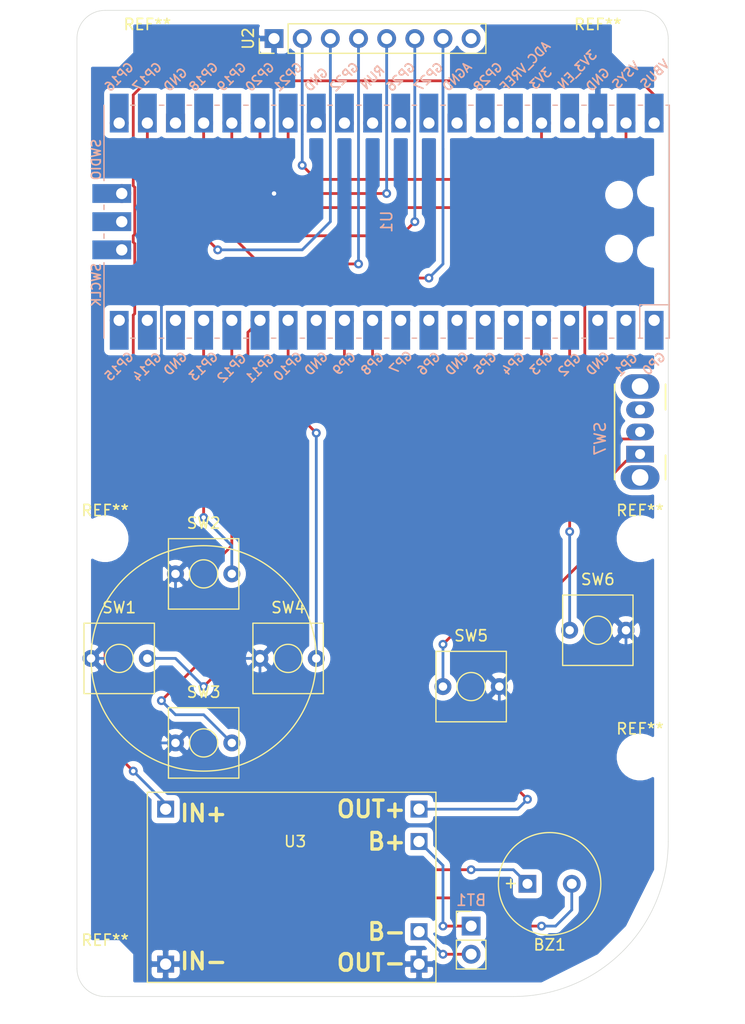
<source format=kicad_pcb>
(kicad_pcb (version 20171130) (host pcbnew "(5.1.10-1-10_14)")

  (general
    (thickness 1.6)
    (drawings 9)
    (tracks 156)
    (zones 0)
    (modules 18)
    (nets 49)
  )

  (page A4)
  (layers
    (0 F.Cu signal)
    (31 B.Cu signal)
    (32 B.Adhes user hide)
    (33 F.Adhes user hide)
    (34 B.Paste user hide)
    (35 F.Paste user hide)
    (36 B.SilkS user)
    (37 F.SilkS user)
    (38 B.Mask user)
    (39 F.Mask user)
    (40 Dwgs.User user hide)
    (41 Cmts.User user hide)
    (42 Eco1.User user hide)
    (43 Eco2.User user hide)
    (44 Edge.Cuts user)
    (45 Margin user)
    (46 B.CrtYd user hide)
    (47 F.CrtYd user hide)
    (48 B.Fab user)
    (49 F.Fab user)
  )

  (setup
    (last_trace_width 0.25)
    (trace_clearance 0.2)
    (zone_clearance 0.508)
    (zone_45_only no)
    (trace_min 0.2)
    (via_size 0.8)
    (via_drill 0.4)
    (via_min_size 0.4)
    (via_min_drill 0.3)
    (uvia_size 0.3)
    (uvia_drill 0.1)
    (uvias_allowed no)
    (uvia_min_size 0.2)
    (uvia_min_drill 0.1)
    (edge_width 0.05)
    (segment_width 0.2)
    (pcb_text_width 0.3)
    (pcb_text_size 1.5 1.5)
    (mod_edge_width 0.12)
    (mod_text_size 1 1)
    (mod_text_width 0.15)
    (pad_size 1.524 1.524)
    (pad_drill 0.762)
    (pad_to_mask_clearance 0)
    (aux_axis_origin 0 0)
    (visible_elements FFFFFF7F)
    (pcbplotparams
      (layerselection 0x010fc_ffffffff)
      (usegerberextensions false)
      (usegerberattributes true)
      (usegerberadvancedattributes true)
      (creategerberjobfile true)
      (excludeedgelayer true)
      (linewidth 0.100000)
      (plotframeref false)
      (viasonmask false)
      (mode 1)
      (useauxorigin false)
      (hpglpennumber 1)
      (hpglpenspeed 20)
      (hpglpendiameter 15.000000)
      (psnegative false)
      (psa4output false)
      (plotreference true)
      (plotvalue true)
      (plotinvisibletext false)
      (padsonsilk false)
      (subtractmaskfromsilk false)
      (outputformat 1)
      (mirror false)
      (drillshape 0)
      (scaleselection 1)
      (outputdirectory "gerber/"))
  )

  (net 0 "")
  (net 1 "Net-(BT1-Pad1)")
  (net 2 "Net-(BT1-Pad2)")
  (net 3 "Net-(BZ1-Pad1)")
  (net 4 "Net-(BZ1-Pad2)")
  (net 5 "Net-(SW1-Pad2)")
  (net 6 "Net-(SW1-Pad1)")
  (net 7 "Net-(SW2-Pad2)")
  (net 8 "Net-(SW3-Pad2)")
  (net 9 "Net-(SW4-Pad2)")
  (net 10 "Net-(SW5-Pad1)")
  (net 11 "Net-(SW6-Pad1)")
  (net 12 "Net-(SW7-Pad1)")
  (net 13 "Net-(SW7-Pad2)")
  (net 14 "Net-(SW7-Pad3)")
  (net 15 "Net-(U1-Pad1)")
  (net 16 "Net-(U1-Pad2)")
  (net 17 "Net-(U1-Pad3)")
  (net 18 "Net-(U1-Pad6)")
  (net 19 "Net-(U1-Pad7)")
  (net 20 "Net-(U1-Pad8)")
  (net 21 "Net-(U1-Pad9)")
  (net 22 "Net-(U1-Pad10)")
  (net 23 "Net-(U1-Pad13)")
  (net 24 "Net-(U1-Pad18)")
  (net 25 "Net-(U1-Pad19)")
  (net 26 "Net-(U1-Pad20)")
  (net 27 "Net-(U1-Pad21)")
  (net 28 "Net-(U1-Pad22)")
  (net 29 "Net-(U1-Pad23)")
  (net 30 "Net-(U1-Pad24)")
  (net 31 "Net-(U1-Pad25)")
  (net 32 "Net-(U1-Pad26)")
  (net 33 "Net-(U1-Pad27)")
  (net 34 "Net-(U1-Pad28)")
  (net 35 "Net-(U1-Pad29)")
  (net 36 "Net-(U1-Pad30)")
  (net 37 "Net-(U1-Pad31)")
  (net 38 "Net-(U1-Pad32)")
  (net 39 "Net-(U1-Pad33)")
  (net 40 "Net-(U1-Pad34)")
  (net 41 "Net-(U1-Pad35)")
  (net 42 "Net-(U1-Pad36)")
  (net 43 "Net-(U1-Pad37)")
  (net 44 "Net-(U1-Pad40)")
  (net 45 "Net-(U1-Pad41)")
  (net 46 "Net-(U1-Pad42)")
  (net 47 "Net-(U1-Pad43)")
  (net 48 "Net-(U2-Pad8)")

  (net_class Default "This is the default net class."
    (clearance 0.2)
    (trace_width 0.25)
    (via_dia 0.8)
    (via_drill 0.4)
    (uvia_dia 0.3)
    (uvia_drill 0.1)
    (add_net "Net-(BT1-Pad1)")
    (add_net "Net-(BT1-Pad2)")
    (add_net "Net-(BZ1-Pad1)")
    (add_net "Net-(BZ1-Pad2)")
    (add_net "Net-(SW1-Pad1)")
    (add_net "Net-(SW1-Pad2)")
    (add_net "Net-(SW2-Pad2)")
    (add_net "Net-(SW3-Pad2)")
    (add_net "Net-(SW4-Pad2)")
    (add_net "Net-(SW5-Pad1)")
    (add_net "Net-(SW6-Pad1)")
    (add_net "Net-(SW7-Pad1)")
    (add_net "Net-(SW7-Pad2)")
    (add_net "Net-(SW7-Pad3)")
    (add_net "Net-(U1-Pad1)")
    (add_net "Net-(U1-Pad10)")
    (add_net "Net-(U1-Pad13)")
    (add_net "Net-(U1-Pad18)")
    (add_net "Net-(U1-Pad19)")
    (add_net "Net-(U1-Pad2)")
    (add_net "Net-(U1-Pad20)")
    (add_net "Net-(U1-Pad21)")
    (add_net "Net-(U1-Pad22)")
    (add_net "Net-(U1-Pad23)")
    (add_net "Net-(U1-Pad24)")
    (add_net "Net-(U1-Pad25)")
    (add_net "Net-(U1-Pad26)")
    (add_net "Net-(U1-Pad27)")
    (add_net "Net-(U1-Pad28)")
    (add_net "Net-(U1-Pad29)")
    (add_net "Net-(U1-Pad3)")
    (add_net "Net-(U1-Pad30)")
    (add_net "Net-(U1-Pad31)")
    (add_net "Net-(U1-Pad32)")
    (add_net "Net-(U1-Pad33)")
    (add_net "Net-(U1-Pad34)")
    (add_net "Net-(U1-Pad35)")
    (add_net "Net-(U1-Pad36)")
    (add_net "Net-(U1-Pad37)")
    (add_net "Net-(U1-Pad40)")
    (add_net "Net-(U1-Pad41)")
    (add_net "Net-(U1-Pad42)")
    (add_net "Net-(U1-Pad43)")
    (add_net "Net-(U1-Pad6)")
    (add_net "Net-(U1-Pad7)")
    (add_net "Net-(U1-Pad8)")
    (add_net "Net-(U1-Pad9)")
    (add_net "Net-(U2-Pad8)")
  )

  (module MountingHole:MountingHole_3.2mm_M3 (layer F.Cu) (tedit 56D1B4CB) (tstamp 6118F4FB)
    (at 129.54 103.505)
    (descr "Mounting Hole 3.2mm, no annular, M3")
    (tags "mounting hole 3.2mm no annular m3")
    (attr virtual)
    (fp_text reference REF** (at 0 -2.54) (layer F.SilkS)
      (effects (font (size 1 1) (thickness 0.15)))
    )
    (fp_text value MountingHole_3.2mm_M3 (at 0 4.2) (layer F.Fab)
      (effects (font (size 1 1) (thickness 0.15)))
    )
    (fp_circle (center 0 0) (end 3.45 0) (layer F.CrtYd) (width 0.05))
    (fp_circle (center 0 0) (end 3.2 0) (layer Cmts.User) (width 0.15))
    (fp_text user %R (at -1.27 3.175) (layer F.Fab)
      (effects (font (size 1 1) (thickness 0.15)))
    )
    (pad 1 np_thru_hole circle (at 0 0) (size 3.2 3.2) (drill 3.2) (layers *.Cu *.Mask))
  )

  (module MountingHole:MountingHole_3.2mm_M3 (layer F.Cu) (tedit 56D1B4CB) (tstamp 6117A256)
    (at 81.28 103.505)
    (descr "Mounting Hole 3.2mm, no annular, M3")
    (tags "mounting hole 3.2mm no annular m3")
    (attr virtual)
    (fp_text reference REF** (at 0 -2.54) (layer F.SilkS)
      (effects (font (size 1 1) (thickness 0.15)))
    )
    (fp_text value MountingHole_3.2mm_M3 (at 0 4.2) (layer F.Fab)
      (effects (font (size 1 1) (thickness 0.15)))
    )
    (fp_circle (center 0 0) (end 3.45 0) (layer F.CrtYd) (width 0.05))
    (fp_circle (center 0 0) (end 3.2 0) (layer Cmts.User) (width 0.15))
    (fp_text user %R (at 0 2.54) (layer F.Fab)
      (effects (font (size 1 1) (thickness 0.15)))
    )
    (pad 1 np_thru_hole circle (at 0 0) (size 3.2 3.2) (drill 3.2) (layers *.Cu *.Mask))
  )

  (module MountingHole:MountingHole_3.2mm_M3 (layer F.Cu) (tedit 56D1B4CB) (tstamp 611833DD)
    (at 81.28 58.42)
    (descr "Mounting Hole 3.2mm, no annular, M3")
    (tags "mounting hole 3.2mm no annular m3")
    (attr virtual)
    (fp_text reference REF** (at 3.81 -1.27) (layer F.SilkS)
      (effects (font (size 1 1) (thickness 0.15)))
    )
    (fp_text value MountingHole_3.2mm_M3 (at 0 4.2) (layer F.Fab)
      (effects (font (size 1 1) (thickness 0.15)))
    )
    (fp_circle (center 0 0) (end 3.45 0) (layer F.CrtYd) (width 0.05))
    (fp_circle (center 0 0) (end 3.2 0) (layer Cmts.User) (width 0.15))
    (fp_text user %R (at 0.3 0) (layer F.Fab)
      (effects (font (size 1 1) (thickness 0.15)))
    )
    (pad 1 np_thru_hole circle (at 0 0) (size 3.2 3.2) (drill 3.2) (layers *.Cu *.Mask))
  )

  (module MountingHole:MountingHole_3.2mm_M3 (layer F.Cu) (tedit 56D1B4CB) (tstamp 611833A4)
    (at 129.54 58.42)
    (descr "Mounting Hole 3.2mm, no annular, M3")
    (tags "mounting hole 3.2mm no annular m3")
    (attr virtual)
    (fp_text reference REF** (at -3.81 -1.27) (layer F.SilkS)
      (effects (font (size 1 1) (thickness 0.15)))
    )
    (fp_text value MountingHole_3.2mm_M3 (at 0 4.2) (layer F.Fab)
      (effects (font (size 1 1) (thickness 0.15)))
    )
    (fp_circle (center 0 0) (end 3.45 0) (layer F.CrtYd) (width 0.05))
    (fp_circle (center 0 0) (end 3.2 0) (layer Cmts.User) (width 0.15))
    (fp_text user %R (at 0.3 0) (layer F.Fab)
      (effects (font (size 1 1) (thickness 0.15)))
    )
    (pad 1 np_thru_hole circle (at 0 0) (size 3.2 3.2) (drill 3.2) (layers *.Cu *.Mask))
  )

  (module MountingHole:MountingHole_3.2mm_M3 (layer F.Cu) (tedit 56D1B4CB) (tstamp 6118336B)
    (at 81.28 142.24)
    (descr "Mounting Hole 3.2mm, no annular, M3")
    (tags "mounting hole 3.2mm no annular m3")
    (attr virtual)
    (fp_text reference REF** (at 0 -2.54) (layer F.SilkS)
      (effects (font (size 1 1) (thickness 0.15)))
    )
    (fp_text value MountingHole_3.2mm_M3 (at 0 4.2) (layer F.Fab)
      (effects (font (size 1 1) (thickness 0.15)))
    )
    (fp_circle (center 0 0) (end 3.45 0) (layer F.CrtYd) (width 0.05))
    (fp_circle (center 0 0) (end 3.2 0) (layer Cmts.User) (width 0.15))
    (fp_text user %R (at 0.3 0) (layer F.Fab)
      (effects (font (size 1 1) (thickness 0.15)))
    )
    (pad 1 np_thru_hole circle (at 0 0) (size 3.2 3.2) (drill 3.2) (layers *.Cu *.Mask))
  )

  (module MountingHole:MountingHole_3.2mm_M3 (layer F.Cu) (tedit 56D1B4CB) (tstamp 61183416)
    (at 129.54 123.19)
    (descr "Mounting Hole 3.2mm, no annular, M3")
    (tags "mounting hole 3.2mm no annular m3")
    (attr virtual)
    (fp_text reference REF** (at 0 -2.54) (layer F.SilkS)
      (effects (font (size 1 1) (thickness 0.15)))
    )
    (fp_text value MountingHole_3.2mm_M3 (at 0 4.2) (layer F.Fab)
      (effects (font (size 1 1) (thickness 0.15)))
    )
    (fp_circle (center 0 0) (end 3.45 0) (layer F.CrtYd) (width 0.05))
    (fp_circle (center 0 0) (end 3.2 0) (layer Cmts.User) (width 0.15))
    (fp_text user %R (at 0 0) (layer F.Fab)
      (effects (font (size 1 1) (thickness 0.15)))
    )
    (pad 1 np_thru_hole circle (at 0 0) (size 3.2 3.2) (drill 3.2) (layers *.Cu *.Mask))
  )

  (module Connector_PinHeader_2.54mm:PinHeader_1x02_P2.54mm_Vertical (layer F.Cu) (tedit 59FED5CC) (tstamp 61183099)
    (at 114.3 138.43)
    (descr "Through hole straight pin header, 1x02, 2.54mm pitch, single row")
    (tags "Through hole pin header THT 1x02 2.54mm single row")
    (path /6117ABF1)
    (fp_text reference BT1 (at 0 -2.33) (layer B.SilkS)
      (effects (font (size 1 1) (thickness 0.15)) (justify mirror))
    )
    (fp_text value Battery_Cell (at 0 4.87) (layer B.Fab)
      (effects (font (size 1 1) (thickness 0.15)) (justify mirror))
    )
    (fp_line (start 1.8 -1.8) (end -1.8 -1.8) (layer F.CrtYd) (width 0.05))
    (fp_line (start 1.8 4.35) (end 1.8 -1.8) (layer F.CrtYd) (width 0.05))
    (fp_line (start -1.8 4.35) (end 1.8 4.35) (layer F.CrtYd) (width 0.05))
    (fp_line (start -1.8 -1.8) (end -1.8 4.35) (layer F.CrtYd) (width 0.05))
    (fp_line (start -1.33 -1.33) (end 0 -1.33) (layer F.SilkS) (width 0.12))
    (fp_line (start -1.33 0) (end -1.33 -1.33) (layer F.SilkS) (width 0.12))
    (fp_line (start -1.33 1.27) (end 1.33 1.27) (layer F.SilkS) (width 0.12))
    (fp_line (start 1.33 1.27) (end 1.33 3.87) (layer F.SilkS) (width 0.12))
    (fp_line (start -1.33 1.27) (end -1.33 3.87) (layer F.SilkS) (width 0.12))
    (fp_line (start -1.33 3.87) (end 1.33 3.87) (layer F.SilkS) (width 0.12))
    (fp_line (start -1.27 -0.635) (end -0.635 -1.27) (layer F.Fab) (width 0.1))
    (fp_line (start -1.27 3.81) (end -1.27 -0.635) (layer F.Fab) (width 0.1))
    (fp_line (start 1.27 3.81) (end -1.27 3.81) (layer F.Fab) (width 0.1))
    (fp_line (start 1.27 -1.27) (end 1.27 3.81) (layer F.Fab) (width 0.1))
    (fp_line (start -0.635 -1.27) (end 1.27 -1.27) (layer F.Fab) (width 0.1))
    (fp_text user %R (at 0 1.27 90) (layer B.Fab)
      (effects (font (size 1 1) (thickness 0.15)) (justify mirror))
    )
    (pad 1 thru_hole rect (at 0 0) (size 1.7 1.7) (drill 1) (layers *.Cu *.Mask)
      (net 1 "Net-(BT1-Pad1)"))
    (pad 2 thru_hole oval (at 0 2.54) (size 1.7 1.7) (drill 1) (layers *.Cu *.Mask)
      (net 2 "Net-(BT1-Pad2)"))
    (model ${KISYS3DMOD}/Connector_PinHeader_2.54mm.3dshapes/PinHeader_1x02_P2.54mm_Vertical.wrl
      (at (xyz 0 0 0))
      (scale (xyz 1 1 1))
      (rotate (xyz 0 0 0))
    )
  )

  (module Buzzer_Beeper:MagneticBuzzer_PUI_AT-0927-TT-6-R (layer F.Cu) (tedit 5D61BE61) (tstamp 61181E83)
    (at 119.38 134.62)
    (descr "Buzzer Magnetic 9mm AT-0927-TT-6-R, http://www.puiaudio.com/pdf/AT-0927-TT-6-R.pdf")
    (tags "Buzzer Magnetic 9mm AT-0927-TT-6-R")
    (path /61178EF7)
    (fp_text reference BZ1 (at 2 5.5) (layer F.SilkS)
      (effects (font (size 1 1) (thickness 0.15)))
    )
    (fp_text value Buzzer (at 2 7) (layer F.Fab)
      (effects (font (size 1 1) (thickness 0.15)))
    )
    (fp_circle (center 2 0) (end 6.75 0) (layer F.CrtYd) (width 0.05))
    (fp_circle (center 2 0) (end 6.5 0) (layer F.Fab) (width 0.1))
    (fp_circle (center 2 0) (end 6.62 0) (layer F.SilkS) (width 0.12))
    (fp_text user %R (at 2 2) (layer F.Fab)
      (effects (font (size 1 1) (thickness 0.15)))
    )
    (fp_text user + (at -1.5 -0.1) (layer F.Fab)
      (effects (font (size 1 1) (thickness 0.15)))
    )
    (fp_text user + (at -1.5 -0.1) (layer F.SilkS)
      (effects (font (size 1 1) (thickness 0.15)))
    )
    (pad 1 thru_hole rect (at 0 0) (size 1.6 1.6) (drill 0.9) (layers *.Cu *.Mask)
      (net 3 "Net-(BZ1-Pad1)"))
    (pad 2 thru_hole circle (at 4 0) (size 1.6 1.6) (drill 0.9) (layers *.Cu *.Mask)
      (net 4 "Net-(BZ1-Pad2)"))
    (model ${KISYS3DMOD}/Buzzer_Beeper.3dshapes/MagneticBuzzer_PUI_AT-0927-TT-6-R.wrl
      (at (xyz 0 0 0))
      (scale (xyz 1 1 1))
      (rotate (xyz 0 0 0))
    )
  )

  (module MyLibrary:Button_Tactile_6.2mm_Square (layer F.Cu) (tedit 6117670B) (tstamp 61182B44)
    (at 82.55 109.22)
    (path /61177463)
    (fp_text reference SW1 (at 0 0.5) (layer F.SilkS)
      (effects (font (size 1 1) (thickness 0.15)))
    )
    (fp_text value SW_Push (at 0 10.16) (layer F.Fab)
      (effects (font (size 1 1) (thickness 0.15)))
    )
    (fp_circle (center 0 5.08) (end 1.27 5.08) (layer F.SilkS) (width 0.12))
    (fp_line (start 3.175 1.905) (end -3.175 1.905) (layer F.SilkS) (width 0.12))
    (fp_line (start 3.175 8.255) (end 3.175 1.905) (layer F.SilkS) (width 0.12))
    (fp_line (start -3.175 8.255) (end 3.175 8.255) (layer F.SilkS) (width 0.12))
    (fp_line (start -3.175 1.905) (end -3.175 8.255) (layer F.SilkS) (width 0.12))
    (pad 2 thru_hole circle (at 2.54 5.08) (size 1.524 1.524) (drill 0.762) (layers *.Cu *.Mask)
      (net 5 "Net-(SW1-Pad2)"))
    (pad 1 thru_hole circle (at -2.54 5.08) (size 1.524 1.524) (drill 0.762) (layers *.Cu *.Mask)
      (net 6 "Net-(SW1-Pad1)"))
  )

  (module MyLibrary:Button_Tactile_6.2mm_Square (layer F.Cu) (tedit 6117670B) (tstamp 61181E99)
    (at 90.17 101.6)
    (path /61177065)
    (fp_text reference SW2 (at 0 0.5) (layer F.SilkS)
      (effects (font (size 1 1) (thickness 0.15)))
    )
    (fp_text value SW_Push (at 0 10.16) (layer F.Fab)
      (effects (font (size 1 1) (thickness 0.15)))
    )
    (fp_line (start -3.175 1.905) (end -3.175 8.255) (layer F.SilkS) (width 0.12))
    (fp_line (start -3.175 8.255) (end 3.175 8.255) (layer F.SilkS) (width 0.12))
    (fp_line (start 3.175 8.255) (end 3.175 1.905) (layer F.SilkS) (width 0.12))
    (fp_line (start 3.175 1.905) (end -3.175 1.905) (layer F.SilkS) (width 0.12))
    (fp_circle (center 0 5.08) (end 1.27 5.08) (layer F.SilkS) (width 0.12))
    (pad 1 thru_hole circle (at -2.54 5.08) (size 1.524 1.524) (drill 0.762) (layers *.Cu *.Mask)
      (net 6 "Net-(SW1-Pad1)"))
    (pad 2 thru_hole circle (at 2.54 5.08) (size 1.524 1.524) (drill 0.762) (layers *.Cu *.Mask)
      (net 7 "Net-(SW2-Pad2)"))
  )

  (module MyLibrary:Button_Tactile_6.2mm_Square (layer F.Cu) (tedit 6117670B) (tstamp 61181EA4)
    (at 90.17 116.84)
    (path /6117765F)
    (fp_text reference SW3 (at 0 0.5) (layer F.SilkS)
      (effects (font (size 1 1) (thickness 0.15)))
    )
    (fp_text value SW_Push (at 0 10.16) (layer F.Fab)
      (effects (font (size 1 1) (thickness 0.15)))
    )
    (fp_line (start -3.175 1.905) (end -3.175 8.255) (layer F.SilkS) (width 0.12))
    (fp_line (start -3.175 8.255) (end 3.175 8.255) (layer F.SilkS) (width 0.12))
    (fp_line (start 3.175 8.255) (end 3.175 1.905) (layer F.SilkS) (width 0.12))
    (fp_line (start 3.175 1.905) (end -3.175 1.905) (layer F.SilkS) (width 0.12))
    (fp_circle (center 0 5.08) (end 1.27 5.08) (layer F.SilkS) (width 0.12))
    (pad 1 thru_hole circle (at -2.54 5.08) (size 1.524 1.524) (drill 0.762) (layers *.Cu *.Mask)
      (net 6 "Net-(SW1-Pad1)"))
    (pad 2 thru_hole circle (at 2.54 5.08) (size 1.524 1.524) (drill 0.762) (layers *.Cu *.Mask)
      (net 8 "Net-(SW3-Pad2)"))
  )

  (module MyLibrary:Button_Tactile_6.2mm_Square (layer F.Cu) (tedit 6117670B) (tstamp 61181EAF)
    (at 97.79 109.22)
    (path /61177BEE)
    (fp_text reference SW4 (at 0 0.5) (layer F.SilkS)
      (effects (font (size 1 1) (thickness 0.15)))
    )
    (fp_text value SW_Push (at 0 10.16) (layer F.Fab)
      (effects (font (size 1 1) (thickness 0.15)))
    )
    (fp_circle (center 0 5.08) (end 1.27 5.08) (layer F.SilkS) (width 0.12))
    (fp_line (start 3.175 1.905) (end -3.175 1.905) (layer F.SilkS) (width 0.12))
    (fp_line (start 3.175 8.255) (end 3.175 1.905) (layer F.SilkS) (width 0.12))
    (fp_line (start -3.175 8.255) (end 3.175 8.255) (layer F.SilkS) (width 0.12))
    (fp_line (start -3.175 1.905) (end -3.175 8.255) (layer F.SilkS) (width 0.12))
    (pad 2 thru_hole circle (at 2.54 5.08) (size 1.524 1.524) (drill 0.762) (layers *.Cu *.Mask)
      (net 9 "Net-(SW4-Pad2)"))
    (pad 1 thru_hole circle (at -2.54 5.08) (size 1.524 1.524) (drill 0.762) (layers *.Cu *.Mask)
      (net 6 "Net-(SW1-Pad1)"))
  )

  (module MyLibrary:Button_Tactile_6.2mm_Square (layer F.Cu) (tedit 6117670B) (tstamp 61182E61)
    (at 114.3 111.76)
    (path /61178107)
    (fp_text reference SW5 (at 0 0.5) (layer F.SilkS)
      (effects (font (size 1 1) (thickness 0.15)))
    )
    (fp_text value SW_Push (at 0 10.16) (layer F.Fab)
      (effects (font (size 1 1) (thickness 0.15)))
    )
    (fp_line (start -3.175 1.905) (end -3.175 8.255) (layer F.SilkS) (width 0.12))
    (fp_line (start -3.175 8.255) (end 3.175 8.255) (layer F.SilkS) (width 0.12))
    (fp_line (start 3.175 8.255) (end 3.175 1.905) (layer F.SilkS) (width 0.12))
    (fp_line (start 3.175 1.905) (end -3.175 1.905) (layer F.SilkS) (width 0.12))
    (fp_circle (center 0 5.08) (end 1.27 5.08) (layer F.SilkS) (width 0.12))
    (pad 1 thru_hole circle (at -2.54 5.08) (size 1.524 1.524) (drill 0.762) (layers *.Cu *.Mask)
      (net 10 "Net-(SW5-Pad1)"))
    (pad 2 thru_hole circle (at 2.54 5.08) (size 1.524 1.524) (drill 0.762) (layers *.Cu *.Mask)
      (net 6 "Net-(SW1-Pad1)"))
  )

  (module MyLibrary:Button_Tactile_6.2mm_Square (layer F.Cu) (tedit 6117670B) (tstamp 61181EC5)
    (at 125.73 106.68)
    (path /6117862A)
    (fp_text reference SW6 (at 0 0.5) (layer F.SilkS)
      (effects (font (size 1 1) (thickness 0.15)))
    )
    (fp_text value SW_Push (at 0 10.16) (layer F.Fab)
      (effects (font (size 1 1) (thickness 0.15)))
    )
    (fp_circle (center 0 5.08) (end 1.27 5.08) (layer F.SilkS) (width 0.12))
    (fp_line (start 3.175 1.905) (end -3.175 1.905) (layer F.SilkS) (width 0.12))
    (fp_line (start 3.175 8.255) (end 3.175 1.905) (layer F.SilkS) (width 0.12))
    (fp_line (start -3.175 8.255) (end 3.175 8.255) (layer F.SilkS) (width 0.12))
    (fp_line (start -3.175 1.905) (end -3.175 8.255) (layer F.SilkS) (width 0.12))
    (pad 2 thru_hole circle (at 2.54 5.08) (size 1.524 1.524) (drill 0.762) (layers *.Cu *.Mask)
      (net 6 "Net-(SW1-Pad1)"))
    (pad 1 thru_hole circle (at -2.54 5.08) (size 1.524 1.524) (drill 0.762) (layers *.Cu *.Mask)
      (net 11 "Net-(SW6-Pad1)"))
  )

  (module Button_Switch_THT:SW_CuK_OS102011MA1QN1_SPDT_Angled (layer F.Cu) (tedit 5A02FE31) (tstamp 61182FEF)
    (at 129.54 95.885 90)
    (descr "CuK miniature slide switch, OS series, SPDT, right angle, http://www.ckswitches.com/media/1428/os.pdf")
    (tags "switch SPDT")
    (path /6117A309)
    (fp_text reference SW7 (at 1.4 -3.6 90) (layer B.SilkS)
      (effects (font (size 1 1) (thickness 0.15)) (justify mirror))
    )
    (fp_text value SW_SPDT (at 7.62 -1.27 180) (layer B.Fab)
      (effects (font (size 1 1) (thickness 0.15)) (justify mirror))
    )
    (fp_line (start -3.7 -2.7) (end 7.7 -2.7) (layer F.CrtYd) (width 0.05))
    (fp_line (start -3.7 6.7) (end -3.7 -2.7) (layer F.CrtYd) (width 0.05))
    (fp_line (start 7.7 6.7) (end -3.7 6.7) (layer F.CrtYd) (width 0.05))
    (fp_line (start 7.7 -2.7) (end 7.7 6.7) (layer F.CrtYd) (width 0.05))
    (fp_line (start 4 2.3) (end 6.3 2.3) (layer F.SilkS) (width 0.15))
    (fp_line (start -2.3 2.3) (end -0.1 2.3) (layer F.SilkS) (width 0.15))
    (fp_line (start -2.3 -2.3) (end 6.3 -2.3) (layer F.SilkS) (width 0.15))
    (fp_line (start 0 6.2) (end 0 2.2) (layer F.Fab) (width 0.1))
    (fp_line (start 2 6.2) (end 0 6.2) (layer F.Fab) (width 0.1))
    (fp_line (start 2 2.2) (end 2 6.2) (layer F.Fab) (width 0.1))
    (fp_line (start 6.3 2.2) (end 6.3 -2.2) (layer F.Fab) (width 0.1))
    (fp_line (start -2.3 2.2) (end 6.3 2.2) (layer F.Fab) (width 0.1))
    (fp_line (start -2.3 -2.2) (end -2.3 2.2) (layer F.Fab) (width 0.1))
    (fp_line (start -2.3 -2.2) (end 6.3 -2.2) (layer F.Fab) (width 0.1))
    (fp_text user %R (at 1.27 1.7 90) (layer B.Fab)
      (effects (font (size 0.5 0.5) (thickness 0.1)) (justify mirror))
    )
    (pad 1 thru_hole rect (at 0 0 90) (size 1.5 2.5) (drill 0.9) (layers *.Cu *.Mask)
      (net 12 "Net-(SW7-Pad1)"))
    (pad 2 thru_hole oval (at 2 0 90) (size 1.5 2.5) (drill 0.9) (layers *.Cu *.Mask)
      (net 13 "Net-(SW7-Pad2)"))
    (pad 3 thru_hole oval (at 4 0 90) (size 1.5 2.5) (drill 0.9) (layers *.Cu *.Mask)
      (net 14 "Net-(SW7-Pad3)"))
    (pad "" thru_hole oval (at -2.1 0 90) (size 2.2 3.5) (drill 1.5) (layers *.Cu *.Mask))
    (pad "" thru_hole oval (at 6.1 0 90) (size 2.2 3.5) (drill 1.5) (layers *.Cu *.Mask))
    (model ${KISYS3DMOD}/Button_Switch_THT.3dshapes/SW_CuK_OS102011MA1QN1_SPDT_Angled.wrl
      (at (xyz 0 0 0))
      (scale (xyz 1 1 1))
      (rotate (xyz 0 0 0))
    )
  )

  (module Raspberry_Pi_Pico:RPi_Pico_SMD_TH (layer B.Cu) (tedit 5F638C80) (tstamp 61181FA3)
    (at 106.68 74.93 90)
    (descr "Through hole straight pin header, 2x20, 2.54mm pitch, double rows")
    (tags "Through hole pin header THT 2x20 2.54mm double row")
    (path /611754DC)
    (fp_text reference U1 (at 0 0 -90) (layer B.SilkS)
      (effects (font (size 1 1) (thickness 0.15)) (justify mirror))
    )
    (fp_text value Pico (at 0 -2.159 -90) (layer B.Fab)
      (effects (font (size 1 1) (thickness 0.15)) (justify mirror))
    )
    (fp_poly (pts (xy 3.7 20.2) (xy -3.7 20.2) (xy -3.7 24.9) (xy 3.7 24.9)) (layer Dwgs.User) (width 0.1))
    (fp_poly (pts (xy -1.5 11.5) (xy -3.5 11.5) (xy -3.5 13.5) (xy -1.5 13.5)) (layer Dwgs.User) (width 0.1))
    (fp_poly (pts (xy -1.5 14) (xy -3.5 14) (xy -3.5 16) (xy -1.5 16)) (layer Dwgs.User) (width 0.1))
    (fp_poly (pts (xy -1.5 16.5) (xy -3.5 16.5) (xy -3.5 18.5) (xy -1.5 18.5)) (layer Dwgs.User) (width 0.1))
    (fp_line (start -10.5 25.5) (end 10.5 25.5) (layer B.Fab) (width 0.12))
    (fp_line (start 10.5 25.5) (end 10.5 -25.5) (layer B.Fab) (width 0.12))
    (fp_line (start 10.5 -25.5) (end -10.5 -25.5) (layer B.Fab) (width 0.12))
    (fp_line (start -10.5 -25.5) (end -10.5 25.5) (layer B.Fab) (width 0.12))
    (fp_line (start -10.5 24.2) (end -9.2 25.5) (layer B.Fab) (width 0.12))
    (fp_line (start -11 26) (end 11 26) (layer B.CrtYd) (width 0.12))
    (fp_line (start 11 26) (end 11 -26) (layer B.CrtYd) (width 0.12))
    (fp_line (start 11 -26) (end -11 -26) (layer B.CrtYd) (width 0.12))
    (fp_line (start -11 -26) (end -11 26) (layer B.CrtYd) (width 0.12))
    (fp_line (start -10.5 25.5) (end 10.5 25.5) (layer B.SilkS) (width 0.12))
    (fp_line (start -3.7 -25.5) (end -10.5 -25.5) (layer B.SilkS) (width 0.12))
    (fp_line (start -10.5 22.833) (end -7.493 22.833) (layer B.SilkS) (width 0.12))
    (fp_line (start -7.493 22.833) (end -7.493 25.5) (layer B.SilkS) (width 0.12))
    (fp_line (start -10.5 25.5) (end -10.5 25.2) (layer B.SilkS) (width 0.12))
    (fp_line (start -10.5 23.1) (end -10.5 22.7) (layer B.SilkS) (width 0.12))
    (fp_line (start -10.5 20.5) (end -10.5 20.1) (layer B.SilkS) (width 0.12))
    (fp_line (start -10.5 18) (end -10.5 17.6) (layer B.SilkS) (width 0.12))
    (fp_line (start -10.5 15.4) (end -10.5 15) (layer B.SilkS) (width 0.12))
    (fp_line (start -10.5 12.9) (end -10.5 12.5) (layer B.SilkS) (width 0.12))
    (fp_line (start -10.5 10.4) (end -10.5 10) (layer B.SilkS) (width 0.12))
    (fp_line (start -10.5 7.8) (end -10.5 7.4) (layer B.SilkS) (width 0.12))
    (fp_line (start -10.5 5.3) (end -10.5 4.9) (layer B.SilkS) (width 0.12))
    (fp_line (start -10.5 2.7) (end -10.5 2.3) (layer B.SilkS) (width 0.12))
    (fp_line (start -10.5 0.2) (end -10.5 -0.2) (layer B.SilkS) (width 0.12))
    (fp_line (start -10.5 -2.3) (end -10.5 -2.7) (layer B.SilkS) (width 0.12))
    (fp_line (start -10.5 -4.9) (end -10.5 -5.3) (layer B.SilkS) (width 0.12))
    (fp_line (start -10.5 -7.4) (end -10.5 -7.8) (layer B.SilkS) (width 0.12))
    (fp_line (start -10.5 -10) (end -10.5 -10.4) (layer B.SilkS) (width 0.12))
    (fp_line (start -10.5 -12.5) (end -10.5 -12.9) (layer B.SilkS) (width 0.12))
    (fp_line (start -10.5 -15.1) (end -10.5 -15.5) (layer B.SilkS) (width 0.12))
    (fp_line (start -10.5 -17.6) (end -10.5 -18) (layer B.SilkS) (width 0.12))
    (fp_line (start -10.5 -20.1) (end -10.5 -20.5) (layer B.SilkS) (width 0.12))
    (fp_line (start -10.5 -22.7) (end -10.5 -23.1) (layer B.SilkS) (width 0.12))
    (fp_line (start 10.5 10.4) (end 10.5 10) (layer B.SilkS) (width 0.12))
    (fp_line (start 10.5 5.3) (end 10.5 4.9) (layer B.SilkS) (width 0.12))
    (fp_line (start 10.5 -2.3) (end 10.5 -2.7) (layer B.SilkS) (width 0.12))
    (fp_line (start 10.5 -10) (end 10.5 -10.4) (layer B.SilkS) (width 0.12))
    (fp_line (start 10.5 20.5) (end 10.5 20.1) (layer B.SilkS) (width 0.12))
    (fp_line (start 10.5 23.1) (end 10.5 22.7) (layer B.SilkS) (width 0.12))
    (fp_line (start 10.5 15.4) (end 10.5 15) (layer B.SilkS) (width 0.12))
    (fp_line (start 10.5 -17.6) (end 10.5 -18) (layer B.SilkS) (width 0.12))
    (fp_line (start 10.5 -22.7) (end 10.5 -23.1) (layer B.SilkS) (width 0.12))
    (fp_line (start 10.5 -20.1) (end 10.5 -20.5) (layer B.SilkS) (width 0.12))
    (fp_line (start 10.5 -4.9) (end 10.5 -5.3) (layer B.SilkS) (width 0.12))
    (fp_line (start 10.5 0.2) (end 10.5 -0.2) (layer B.SilkS) (width 0.12))
    (fp_line (start 10.5 12.9) (end 10.5 12.5) (layer B.SilkS) (width 0.12))
    (fp_line (start 10.5 7.8) (end 10.5 7.4) (layer B.SilkS) (width 0.12))
    (fp_line (start 10.5 -12.5) (end 10.5 -12.9) (layer B.SilkS) (width 0.12))
    (fp_line (start 10.5 2.7) (end 10.5 2.3) (layer B.SilkS) (width 0.12))
    (fp_line (start 10.5 25.5) (end 10.5 25.2) (layer B.SilkS) (width 0.12))
    (fp_line (start 10.5 18) (end 10.5 17.6) (layer B.SilkS) (width 0.12))
    (fp_line (start 10.5 -7.4) (end 10.5 -7.8) (layer B.SilkS) (width 0.12))
    (fp_line (start 10.5 -15.1) (end 10.5 -15.5) (layer B.SilkS) (width 0.12))
    (fp_line (start 10.5 -25.5) (end 3.7 -25.5) (layer B.SilkS) (width 0.12))
    (fp_line (start -1.5 -25.5) (end -1.1 -25.5) (layer B.SilkS) (width 0.12))
    (fp_line (start 1.1 -25.5) (end 1.5 -25.5) (layer B.SilkS) (width 0.12))
    (fp_text user %R (at 0 0 90) (layer B.Fab)
      (effects (font (size 1 1) (thickness 0.15)) (justify mirror))
    )
    (fp_text user GP1 (at -12.9 21.6 -135) (layer B.SilkS)
      (effects (font (size 0.8 0.8) (thickness 0.15)) (justify mirror))
    )
    (fp_text user GP2 (at -12.9 16.51 -135) (layer B.SilkS)
      (effects (font (size 0.8 0.8) (thickness 0.15)) (justify mirror))
    )
    (fp_text user GP0 (at -12.8 24.13 -135) (layer B.SilkS)
      (effects (font (size 0.8 0.8) (thickness 0.15)) (justify mirror))
    )
    (fp_text user GP3 (at -12.8 13.97 -135) (layer B.SilkS)
      (effects (font (size 0.8 0.8) (thickness 0.15)) (justify mirror))
    )
    (fp_text user GP4 (at -12.8 11.43 -135) (layer B.SilkS)
      (effects (font (size 0.8 0.8) (thickness 0.15)) (justify mirror))
    )
    (fp_text user GP5 (at -12.8 8.89 -135) (layer B.SilkS)
      (effects (font (size 0.8 0.8) (thickness 0.15)) (justify mirror))
    )
    (fp_text user GP6 (at -12.8 3.81 -135) (layer B.SilkS)
      (effects (font (size 0.8 0.8) (thickness 0.15)) (justify mirror))
    )
    (fp_text user GP7 (at -12.7 1.3 -135) (layer B.SilkS)
      (effects (font (size 0.8 0.8) (thickness 0.15)) (justify mirror))
    )
    (fp_text user GP8 (at -12.8 -1.27 -135) (layer B.SilkS)
      (effects (font (size 0.8 0.8) (thickness 0.15)) (justify mirror))
    )
    (fp_text user GP9 (at -12.8 -3.81 -135) (layer B.SilkS)
      (effects (font (size 0.8 0.8) (thickness 0.15)) (justify mirror))
    )
    (fp_text user GP10 (at -13.054 -8.89 -135) (layer B.SilkS)
      (effects (font (size 0.8 0.8) (thickness 0.15)) (justify mirror))
    )
    (fp_text user GP11 (at -13.2 -11.43 -135) (layer B.SilkS)
      (effects (font (size 0.8 0.8) (thickness 0.15)) (justify mirror))
    )
    (fp_text user GP12 (at -13.2 -13.97 -135) (layer B.SilkS)
      (effects (font (size 0.8 0.8) (thickness 0.15)) (justify mirror))
    )
    (fp_text user GP13 (at -13.054 -16.51 -135) (layer B.SilkS)
      (effects (font (size 0.8 0.8) (thickness 0.15)) (justify mirror))
    )
    (fp_text user GP14 (at -13.1 -21.59 -135) (layer B.SilkS)
      (effects (font (size 0.8 0.8) (thickness 0.15)) (justify mirror))
    )
    (fp_text user GP15 (at -13.054 -24.13 -135) (layer B.SilkS)
      (effects (font (size 0.8 0.8) (thickness 0.15)) (justify mirror))
    )
    (fp_text user GP16 (at 13.054 -24.13 -135) (layer B.SilkS)
      (effects (font (size 0.8 0.8) (thickness 0.15)) (justify mirror))
    )
    (fp_text user GP17 (at 13.054 -21.59 -135) (layer B.SilkS)
      (effects (font (size 0.8 0.8) (thickness 0.15)) (justify mirror))
    )
    (fp_text user GP18 (at 13.054 -16.51 -135) (layer B.SilkS)
      (effects (font (size 0.8 0.8) (thickness 0.15)) (justify mirror))
    )
    (fp_text user GP19 (at 13.054 -13.97 -135) (layer B.SilkS)
      (effects (font (size 0.8 0.8) (thickness 0.15)) (justify mirror))
    )
    (fp_text user GP20 (at 13.054 -11.43 -135) (layer B.SilkS)
      (effects (font (size 0.8 0.8) (thickness 0.15)) (justify mirror))
    )
    (fp_text user GP21 (at 13.054 -8.9 -135) (layer B.SilkS)
      (effects (font (size 0.8 0.8) (thickness 0.15)) (justify mirror))
    )
    (fp_text user GP22 (at 13.054 -3.81 -135) (layer B.SilkS)
      (effects (font (size 0.8 0.8) (thickness 0.15)) (justify mirror))
    )
    (fp_text user RUN (at 13 -1.27 -135) (layer B.SilkS)
      (effects (font (size 0.8 0.8) (thickness 0.15)) (justify mirror))
    )
    (fp_text user GP26 (at 13.054 1.27 -135) (layer B.SilkS)
      (effects (font (size 0.8 0.8) (thickness 0.15)) (justify mirror))
    )
    (fp_text user GP27 (at 13.054 3.8 -135) (layer B.SilkS)
      (effects (font (size 0.8 0.8) (thickness 0.15)) (justify mirror))
    )
    (fp_text user GP28 (at 13.054 9.144 -135) (layer B.SilkS)
      (effects (font (size 0.8 0.8) (thickness 0.15)) (justify mirror))
    )
    (fp_text user ADC_VREF (at 14 12.5 -135) (layer B.SilkS)
      (effects (font (size 0.8 0.8) (thickness 0.15)) (justify mirror))
    )
    (fp_text user 3V3 (at 12.9 13.9 -135) (layer B.SilkS)
      (effects (font (size 0.8 0.8) (thickness 0.15)) (justify mirror))
    )
    (fp_text user 3V3_EN (at 13.7 17.2 -135) (layer B.SilkS)
      (effects (font (size 0.8 0.8) (thickness 0.15)) (justify mirror))
    )
    (fp_text user VSYS (at 13.2 21.59 -135) (layer B.SilkS)
      (effects (font (size 0.8 0.8) (thickness 0.15)) (justify mirror))
    )
    (fp_text user VBUS (at 13.3 24.2 -135) (layer B.SilkS)
      (effects (font (size 0.8 0.8) (thickness 0.15)) (justify mirror))
    )
    (fp_text user GND (at -12.8 19.05 -135) (layer B.SilkS)
      (effects (font (size 0.8 0.8) (thickness 0.15)) (justify mirror))
    )
    (fp_text user GND (at -12.8 6.35 -135) (layer B.SilkS)
      (effects (font (size 0.8 0.8) (thickness 0.15)) (justify mirror))
    )
    (fp_text user GND (at -12.8 -6.35 -135) (layer B.SilkS)
      (effects (font (size 0.8 0.8) (thickness 0.15)) (justify mirror))
    )
    (fp_text user GND (at -12.8 -19.05 -135) (layer B.SilkS)
      (effects (font (size 0.8 0.8) (thickness 0.15)) (justify mirror))
    )
    (fp_text user GND (at 12.8 -19.05 -135) (layer B.SilkS)
      (effects (font (size 0.8 0.8) (thickness 0.15)) (justify mirror))
    )
    (fp_text user GND (at 12.8 -6.35 -135) (layer B.SilkS)
      (effects (font (size 0.8 0.8) (thickness 0.15)) (justify mirror))
    )
    (fp_text user GND (at 12.8 19.05 -135) (layer B.SilkS)
      (effects (font (size 0.8 0.8) (thickness 0.15)) (justify mirror))
    )
    (fp_text user AGND (at 13.054 6.35 -135) (layer B.SilkS)
      (effects (font (size 0.8 0.8) (thickness 0.15)) (justify mirror))
    )
    (fp_text user SWCLK (at -5.7 -26.2 -90) (layer B.SilkS)
      (effects (font (size 0.8 0.8) (thickness 0.15)) (justify mirror))
    )
    (fp_text user SWDIO (at 5.6 -26.2 -90) (layer B.SilkS)
      (effects (font (size 0.8 0.8) (thickness 0.15)) (justify mirror))
    )
    (fp_text user "Copper Keepouts shown on Dwgs layer" (at 0.1 30.2 -90) (layer Cmts.User)
      (effects (font (size 1 1) (thickness 0.15)))
    )
    (pad 1 thru_hole oval (at -8.89 24.13 90) (size 1.7 1.7) (drill 1.02) (layers *.Cu *.Mask)
      (net 15 "Net-(U1-Pad1)"))
    (pad 2 thru_hole oval (at -8.89 21.59 90) (size 1.7 1.7) (drill 1.02) (layers *.Cu *.Mask)
      (net 16 "Net-(U1-Pad2)"))
    (pad 3 thru_hole rect (at -8.89 19.05 90) (size 1.7 1.7) (drill 1.02) (layers *.Cu *.Mask)
      (net 17 "Net-(U1-Pad3)"))
    (pad 4 thru_hole oval (at -8.89 16.51 90) (size 1.7 1.7) (drill 1.02) (layers *.Cu *.Mask)
      (net 11 "Net-(SW6-Pad1)"))
    (pad 5 thru_hole oval (at -8.89 13.97 90) (size 1.7 1.7) (drill 1.02) (layers *.Cu *.Mask)
      (net 10 "Net-(SW5-Pad1)"))
    (pad 6 thru_hole oval (at -8.89 11.43 90) (size 1.7 1.7) (drill 1.02) (layers *.Cu *.Mask)
      (net 18 "Net-(U1-Pad6)"))
    (pad 7 thru_hole oval (at -8.89 8.89 90) (size 1.7 1.7) (drill 1.02) (layers *.Cu *.Mask)
      (net 19 "Net-(U1-Pad7)"))
    (pad 8 thru_hole rect (at -8.89 6.35 90) (size 1.7 1.7) (drill 1.02) (layers *.Cu *.Mask)
      (net 20 "Net-(U1-Pad8)"))
    (pad 9 thru_hole oval (at -8.89 3.81 90) (size 1.7 1.7) (drill 1.02) (layers *.Cu *.Mask)
      (net 21 "Net-(U1-Pad9)"))
    (pad 10 thru_hole oval (at -8.89 1.27 90) (size 1.7 1.7) (drill 1.02) (layers *.Cu *.Mask)
      (net 22 "Net-(U1-Pad10)"))
    (pad 11 thru_hole oval (at -8.89 -1.27 90) (size 1.7 1.7) (drill 1.02) (layers *.Cu *.Mask)
      (net 3 "Net-(BZ1-Pad1)"))
    (pad 12 thru_hole oval (at -8.89 -3.81 90) (size 1.7 1.7) (drill 1.02) (layers *.Cu *.Mask)
      (net 4 "Net-(BZ1-Pad2)"))
    (pad 13 thru_hole rect (at -8.89 -6.35 90) (size 1.7 1.7) (drill 1.02) (layers *.Cu *.Mask)
      (net 23 "Net-(U1-Pad13)"))
    (pad 14 thru_hole oval (at -8.89 -8.89 90) (size 1.7 1.7) (drill 1.02) (layers *.Cu *.Mask)
      (net 9 "Net-(SW4-Pad2)"))
    (pad 15 thru_hole oval (at -8.89 -11.43 90) (size 1.7 1.7) (drill 1.02) (layers *.Cu *.Mask)
      (net 5 "Net-(SW1-Pad2)"))
    (pad 16 thru_hole oval (at -8.89 -13.97 90) (size 1.7 1.7) (drill 1.02) (layers *.Cu *.Mask)
      (net 8 "Net-(SW3-Pad2)"))
    (pad 17 thru_hole oval (at -8.89 -16.51 90) (size 1.7 1.7) (drill 1.02) (layers *.Cu *.Mask)
      (net 7 "Net-(SW2-Pad2)"))
    (pad 18 thru_hole rect (at -8.89 -19.05 90) (size 1.7 1.7) (drill 1.02) (layers *.Cu *.Mask)
      (net 24 "Net-(U1-Pad18)"))
    (pad 19 thru_hole oval (at -8.89 -21.59 90) (size 1.7 1.7) (drill 1.02) (layers *.Cu *.Mask)
      (net 25 "Net-(U1-Pad19)"))
    (pad 20 thru_hole oval (at -8.89 -24.13 90) (size 1.7 1.7) (drill 1.02) (layers *.Cu *.Mask)
      (net 26 "Net-(U1-Pad20)"))
    (pad 21 thru_hole oval (at 8.89 -24.13 90) (size 1.7 1.7) (drill 1.02) (layers *.Cu *.Mask)
      (net 27 "Net-(U1-Pad21)"))
    (pad 22 thru_hole oval (at 8.89 -21.59 90) (size 1.7 1.7) (drill 1.02) (layers *.Cu *.Mask)
      (net 28 "Net-(U1-Pad22)"))
    (pad 23 thru_hole rect (at 8.89 -19.05 90) (size 1.7 1.7) (drill 1.02) (layers *.Cu *.Mask)
      (net 29 "Net-(U1-Pad23)"))
    (pad 24 thru_hole oval (at 8.89 -16.51 90) (size 1.7 1.7) (drill 1.02) (layers *.Cu *.Mask)
      (net 30 "Net-(U1-Pad24)"))
    (pad 25 thru_hole oval (at 8.89 -13.97 90) (size 1.7 1.7) (drill 1.02) (layers *.Cu *.Mask)
      (net 31 "Net-(U1-Pad25)"))
    (pad 26 thru_hole oval (at 8.89 -11.43 90) (size 1.7 1.7) (drill 1.02) (layers *.Cu *.Mask)
      (net 32 "Net-(U1-Pad26)"))
    (pad 27 thru_hole oval (at 8.89 -8.89 90) (size 1.7 1.7) (drill 1.02) (layers *.Cu *.Mask)
      (net 33 "Net-(U1-Pad27)"))
    (pad 28 thru_hole rect (at 8.89 -6.35 90) (size 1.7 1.7) (drill 1.02) (layers *.Cu *.Mask)
      (net 34 "Net-(U1-Pad28)"))
    (pad 29 thru_hole oval (at 8.89 -3.81 90) (size 1.7 1.7) (drill 1.02) (layers *.Cu *.Mask)
      (net 35 "Net-(U1-Pad29)"))
    (pad 30 thru_hole oval (at 8.89 -1.27 90) (size 1.7 1.7) (drill 1.02) (layers *.Cu *.Mask)
      (net 36 "Net-(U1-Pad30)"))
    (pad 31 thru_hole oval (at 8.89 1.27 90) (size 1.7 1.7) (drill 1.02) (layers *.Cu *.Mask)
      (net 37 "Net-(U1-Pad31)"))
    (pad 32 thru_hole oval (at 8.89 3.81 90) (size 1.7 1.7) (drill 1.02) (layers *.Cu *.Mask)
      (net 38 "Net-(U1-Pad32)"))
    (pad 33 thru_hole rect (at 8.89 6.35 90) (size 1.7 1.7) (drill 1.02) (layers *.Cu *.Mask)
      (net 39 "Net-(U1-Pad33)"))
    (pad 34 thru_hole oval (at 8.89 8.89 90) (size 1.7 1.7) (drill 1.02) (layers *.Cu *.Mask)
      (net 40 "Net-(U1-Pad34)"))
    (pad 35 thru_hole oval (at 8.89 11.43 90) (size 1.7 1.7) (drill 1.02) (layers *.Cu *.Mask)
      (net 41 "Net-(U1-Pad35)"))
    (pad 36 thru_hole oval (at 8.89 13.97 90) (size 1.7 1.7) (drill 1.02) (layers *.Cu *.Mask)
      (net 42 "Net-(U1-Pad36)"))
    (pad 37 thru_hole oval (at 8.89 16.51 90) (size 1.7 1.7) (drill 1.02) (layers *.Cu *.Mask)
      (net 43 "Net-(U1-Pad37)"))
    (pad 38 thru_hole rect (at 8.89 19.05 90) (size 1.7 1.7) (drill 1.02) (layers *.Cu *.Mask)
      (net 6 "Net-(SW1-Pad1)"))
    (pad 39 thru_hole oval (at 8.89 21.59 90) (size 1.7 1.7) (drill 1.02) (layers *.Cu *.Mask)
      (net 13 "Net-(SW7-Pad2)"))
    (pad 40 thru_hole oval (at 8.89 24.13 90) (size 1.7 1.7) (drill 1.02) (layers *.Cu *.Mask)
      (net 44 "Net-(U1-Pad40)"))
    (pad 1 smd rect (at -8.89 24.13 90) (size 3.5 1.7) (drill (offset -0.9 0)) (layers B.Cu B.Mask)
      (net 15 "Net-(U1-Pad1)"))
    (pad 2 smd rect (at -8.89 21.59 90) (size 3.5 1.7) (drill (offset -0.9 0)) (layers B.Cu B.Mask)
      (net 16 "Net-(U1-Pad2)"))
    (pad 3 smd rect (at -8.89 19.05 90) (size 3.5 1.7) (drill (offset -0.9 0)) (layers B.Cu B.Mask)
      (net 17 "Net-(U1-Pad3)"))
    (pad 4 smd rect (at -8.89 16.51 90) (size 3.5 1.7) (drill (offset -0.9 0)) (layers B.Cu B.Mask)
      (net 11 "Net-(SW6-Pad1)"))
    (pad 5 smd rect (at -8.89 13.97 90) (size 3.5 1.7) (drill (offset -0.9 0)) (layers B.Cu B.Mask)
      (net 10 "Net-(SW5-Pad1)"))
    (pad 6 smd rect (at -8.89 11.43 90) (size 3.5 1.7) (drill (offset -0.9 0)) (layers B.Cu B.Mask)
      (net 18 "Net-(U1-Pad6)"))
    (pad 7 smd rect (at -8.89 8.89 90) (size 3.5 1.7) (drill (offset -0.9 0)) (layers B.Cu B.Mask)
      (net 19 "Net-(U1-Pad7)"))
    (pad 8 smd rect (at -8.89 6.35 90) (size 3.5 1.7) (drill (offset -0.9 0)) (layers B.Cu B.Mask)
      (net 20 "Net-(U1-Pad8)"))
    (pad 9 smd rect (at -8.89 3.81 90) (size 3.5 1.7) (drill (offset -0.9 0)) (layers B.Cu B.Mask)
      (net 21 "Net-(U1-Pad9)"))
    (pad 10 smd rect (at -8.89 1.27 90) (size 3.5 1.7) (drill (offset -0.9 0)) (layers B.Cu B.Mask)
      (net 22 "Net-(U1-Pad10)"))
    (pad 11 smd rect (at -8.89 -1.27 90) (size 3.5 1.7) (drill (offset -0.9 0)) (layers B.Cu B.Mask)
      (net 3 "Net-(BZ1-Pad1)"))
    (pad 12 smd rect (at -8.89 -3.81 90) (size 3.5 1.7) (drill (offset -0.9 0)) (layers B.Cu B.Mask)
      (net 4 "Net-(BZ1-Pad2)"))
    (pad 13 smd rect (at -8.89 -6.35 90) (size 3.5 1.7) (drill (offset -0.9 0)) (layers B.Cu B.Mask)
      (net 23 "Net-(U1-Pad13)"))
    (pad 14 smd rect (at -8.89 -8.89 90) (size 3.5 1.7) (drill (offset -0.9 0)) (layers B.Cu B.Mask)
      (net 9 "Net-(SW4-Pad2)"))
    (pad 15 smd rect (at -8.89 -11.43 90) (size 3.5 1.7) (drill (offset -0.9 0)) (layers B.Cu B.Mask)
      (net 5 "Net-(SW1-Pad2)"))
    (pad 16 smd rect (at -8.89 -13.97 90) (size 3.5 1.7) (drill (offset -0.9 0)) (layers B.Cu B.Mask)
      (net 8 "Net-(SW3-Pad2)"))
    (pad 17 smd rect (at -8.89 -16.51 90) (size 3.5 1.7) (drill (offset -0.9 0)) (layers B.Cu B.Mask)
      (net 7 "Net-(SW2-Pad2)"))
    (pad 18 smd rect (at -8.89 -19.05 90) (size 3.5 1.7) (drill (offset -0.9 0)) (layers B.Cu B.Mask)
      (net 24 "Net-(U1-Pad18)"))
    (pad 19 smd rect (at -8.89 -21.59 90) (size 3.5 1.7) (drill (offset -0.9 0)) (layers B.Cu B.Mask)
      (net 25 "Net-(U1-Pad19)"))
    (pad 20 smd rect (at -8.89 -24.13 90) (size 3.5 1.7) (drill (offset -0.9 0)) (layers B.Cu B.Mask)
      (net 26 "Net-(U1-Pad20)"))
    (pad 40 smd rect (at 8.89 24.13 90) (size 3.5 1.7) (drill (offset 0.9 0)) (layers B.Cu B.Mask)
      (net 44 "Net-(U1-Pad40)"))
    (pad 39 smd rect (at 8.89 21.59 90) (size 3.5 1.7) (drill (offset 0.9 0)) (layers B.Cu B.Mask)
      (net 13 "Net-(SW7-Pad2)"))
    (pad 38 smd rect (at 8.89 19.05 90) (size 3.5 1.7) (drill (offset 0.9 0)) (layers B.Cu B.Mask)
      (net 6 "Net-(SW1-Pad1)"))
    (pad 37 smd rect (at 8.89 16.51 90) (size 3.5 1.7) (drill (offset 0.9 0)) (layers B.Cu B.Mask)
      (net 43 "Net-(U1-Pad37)"))
    (pad 36 smd rect (at 8.89 13.97 90) (size 3.5 1.7) (drill (offset 0.9 0)) (layers B.Cu B.Mask)
      (net 42 "Net-(U1-Pad36)"))
    (pad 35 smd rect (at 8.89 11.43 90) (size 3.5 1.7) (drill (offset 0.9 0)) (layers B.Cu B.Mask)
      (net 41 "Net-(U1-Pad35)"))
    (pad 34 smd rect (at 8.89 8.89 90) (size 3.5 1.7) (drill (offset 0.9 0)) (layers B.Cu B.Mask)
      (net 40 "Net-(U1-Pad34)"))
    (pad 33 smd rect (at 8.89 6.35 90) (size 3.5 1.7) (drill (offset 0.9 0)) (layers B.Cu B.Mask)
      (net 39 "Net-(U1-Pad33)"))
    (pad 32 smd rect (at 8.89 3.81 90) (size 3.5 1.7) (drill (offset 0.9 0)) (layers B.Cu B.Mask)
      (net 38 "Net-(U1-Pad32)"))
    (pad 31 smd rect (at 8.89 1.27 90) (size 3.5 1.7) (drill (offset 0.9 0)) (layers B.Cu B.Mask)
      (net 37 "Net-(U1-Pad31)"))
    (pad 30 smd rect (at 8.89 -1.27 90) (size 3.5 1.7) (drill (offset 0.9 0)) (layers B.Cu B.Mask)
      (net 36 "Net-(U1-Pad30)"))
    (pad 29 smd rect (at 8.89 -3.81 90) (size 3.5 1.7) (drill (offset 0.9 0)) (layers B.Cu B.Mask)
      (net 35 "Net-(U1-Pad29)"))
    (pad 28 smd rect (at 8.89 -6.35 90) (size 3.5 1.7) (drill (offset 0.9 0)) (layers B.Cu B.Mask)
      (net 34 "Net-(U1-Pad28)"))
    (pad 27 smd rect (at 8.89 -8.89 90) (size 3.5 1.7) (drill (offset 0.9 0)) (layers B.Cu B.Mask)
      (net 33 "Net-(U1-Pad27)"))
    (pad 26 smd rect (at 8.89 -11.43 90) (size 3.5 1.7) (drill (offset 0.9 0)) (layers B.Cu B.Mask)
      (net 32 "Net-(U1-Pad26)"))
    (pad 25 smd rect (at 8.89 -13.97 90) (size 3.5 1.7) (drill (offset 0.9 0)) (layers B.Cu B.Mask)
      (net 31 "Net-(U1-Pad25)"))
    (pad 24 smd rect (at 8.89 -16.51 90) (size 3.5 1.7) (drill (offset 0.9 0)) (layers B.Cu B.Mask)
      (net 30 "Net-(U1-Pad24)"))
    (pad 23 smd rect (at 8.89 -19.05 90) (size 3.5 1.7) (drill (offset 0.9 0)) (layers B.Cu B.Mask)
      (net 29 "Net-(U1-Pad23)"))
    (pad 22 smd rect (at 8.89 -21.59 90) (size 3.5 1.7) (drill (offset 0.9 0)) (layers B.Cu B.Mask)
      (net 28 "Net-(U1-Pad22)"))
    (pad 21 smd rect (at 8.89 -24.13 90) (size 3.5 1.7) (drill (offset 0.9 0)) (layers B.Cu B.Mask)
      (net 27 "Net-(U1-Pad21)"))
    (pad "" np_thru_hole oval (at -2.725 24 90) (size 1.8 1.8) (drill 1.8) (layers *.Cu *.Mask))
    (pad "" np_thru_hole oval (at 2.725 24 90) (size 1.8 1.8) (drill 1.8) (layers *.Cu *.Mask))
    (pad "" np_thru_hole oval (at -2.425 20.97 90) (size 1.5 1.5) (drill 1.5) (layers *.Cu *.Mask))
    (pad "" np_thru_hole oval (at 2.425 20.97 90) (size 1.5 1.5) (drill 1.5) (layers *.Cu *.Mask))
    (pad 41 smd rect (at -2.54 -23.9) (size 3.5 1.7) (drill (offset -0.9 0)) (layers B.Cu B.Mask)
      (net 45 "Net-(U1-Pad41)"))
    (pad 41 thru_hole oval (at -2.54 -23.9 90) (size 1.7 1.7) (drill 1.02) (layers *.Cu *.Mask)
      (net 45 "Net-(U1-Pad41)"))
    (pad 42 smd rect (at 0 -23.9) (size 3.5 1.7) (drill (offset -0.9 0)) (layers B.Cu B.Mask)
      (net 46 "Net-(U1-Pad42)"))
    (pad 42 thru_hole rect (at 0 -23.9 90) (size 1.7 1.7) (drill 1.02) (layers *.Cu *.Mask)
      (net 46 "Net-(U1-Pad42)"))
    (pad 43 smd rect (at 2.54 -23.9) (size 3.5 1.7) (drill (offset -0.9 0)) (layers B.Cu B.Mask)
      (net 47 "Net-(U1-Pad43)"))
    (pad 43 thru_hole oval (at 2.54 -23.9 90) (size 1.7 1.7) (drill 1.02) (layers *.Cu *.Mask)
      (net 47 "Net-(U1-Pad43)"))
  )

  (module Connector_PinHeader_2.54mm:PinHeader_1x08_P2.54mm_Vertical (layer F.Cu) (tedit 59FED5CC) (tstamp 61182C19)
    (at 96.52 58.42 90)
    (descr "Through hole straight pin header, 1x08, 2.54mm pitch, single row")
    (tags "Through hole pin header THT 1x08 2.54mm single row")
    (path /6117616B)
    (fp_text reference U2 (at 0 -2.33 90) (layer F.SilkS)
      (effects (font (size 1 1) (thickness 0.15)))
    )
    (fp_text value ST7735_1.44 (at 1.27 8.89 180) (layer F.Fab)
      (effects (font (size 1 1) (thickness 0.15)))
    )
    (fp_line (start 1.8 -1.8) (end -1.8 -1.8) (layer F.CrtYd) (width 0.05))
    (fp_line (start 1.8 19.55) (end 1.8 -1.8) (layer F.CrtYd) (width 0.05))
    (fp_line (start -1.8 19.55) (end 1.8 19.55) (layer F.CrtYd) (width 0.05))
    (fp_line (start -1.8 -1.8) (end -1.8 19.55) (layer F.CrtYd) (width 0.05))
    (fp_line (start -1.33 -1.33) (end 0 -1.33) (layer F.SilkS) (width 0.12))
    (fp_line (start -1.33 0) (end -1.33 -1.33) (layer F.SilkS) (width 0.12))
    (fp_line (start -1.33 1.27) (end 1.33 1.27) (layer F.SilkS) (width 0.12))
    (fp_line (start 1.33 1.27) (end 1.33 19.11) (layer F.SilkS) (width 0.12))
    (fp_line (start -1.33 1.27) (end -1.33 19.11) (layer F.SilkS) (width 0.12))
    (fp_line (start -1.33 19.11) (end 1.33 19.11) (layer F.SilkS) (width 0.12))
    (fp_line (start -1.27 -0.635) (end -0.635 -1.27) (layer F.Fab) (width 0.1))
    (fp_line (start -1.27 19.05) (end -1.27 -0.635) (layer F.Fab) (width 0.1))
    (fp_line (start 1.27 19.05) (end -1.27 19.05) (layer F.Fab) (width 0.1))
    (fp_line (start 1.27 -1.27) (end 1.27 19.05) (layer F.Fab) (width 0.1))
    (fp_line (start -0.635 -1.27) (end 1.27 -1.27) (layer F.Fab) (width 0.1))
    (fp_text user %R (at 0 8.89) (layer F.Fab)
      (effects (font (size 1 1) (thickness 0.15)))
    )
    (pad 1 thru_hole rect (at 0 0 90) (size 1.7 1.7) (drill 1) (layers *.Cu *.Mask)
      (net 6 "Net-(SW1-Pad1)"))
    (pad 2 thru_hole oval (at 0 2.54 90) (size 1.7 1.7) (drill 1) (layers *.Cu *.Mask)
      (net 42 "Net-(U1-Pad36)"))
    (pad 3 thru_hole oval (at 0 5.08 90) (size 1.7 1.7) (drill 1) (layers *.Cu *.Mask)
      (net 30 "Net-(U1-Pad24)"))
    (pad 4 thru_hole oval (at 0 7.62 90) (size 1.7 1.7) (drill 1) (layers *.Cu *.Mask)
      (net 31 "Net-(U1-Pad25)"))
    (pad 5 thru_hole oval (at 0 10.16 90) (size 1.7 1.7) (drill 1) (layers *.Cu *.Mask)
      (net 33 "Net-(U1-Pad27)"))
    (pad 6 thru_hole oval (at 0 12.7 90) (size 1.7 1.7) (drill 1) (layers *.Cu *.Mask)
      (net 32 "Net-(U1-Pad26)"))
    (pad 7 thru_hole oval (at 0 15.24 90) (size 1.7 1.7) (drill 1) (layers *.Cu *.Mask)
      (net 28 "Net-(U1-Pad22)"))
    (pad 8 thru_hole oval (at 0 17.78 90) (size 1.7 1.7) (drill 1) (layers *.Cu *.Mask)
      (net 48 "Net-(U2-Pad8)"))
    (model ${KISYS3DMOD}/Connector_PinHeader_2.54mm.3dshapes/PinHeader_1x08_P2.54mm_Vertical.wrl
      (at (xyz 0 0 0))
      (scale (xyz 1 1 1))
      (rotate (xyz 0 0 0))
    )
  )

  (module MyLibrary:TP4056_MOD (layer F.Cu) (tedit 6114AC91) (tstamp 61181FD3)
    (at 93.98 130.81)
    (path /611766C3)
    (fp_text reference U3 (at 4.445 0) (layer F.SilkS)
      (effects (font (size 1 1) (thickness 0.15)))
    )
    (fp_text value TP4056_MOD (at 4.064 4.953) (layer F.Fab)
      (effects (font (size 1 1) (thickness 0.15)))
    )
    (fp_line (start -8.89 12.7) (end -8.89 -4.445) (layer F.SilkS) (width 0.12))
    (fp_line (start 17.145 12.7) (end -8.89 12.7) (layer F.SilkS) (width 0.12))
    (fp_line (start 17.145 -4.445) (end 17.145 12.7) (layer F.SilkS) (width 0.12))
    (fp_line (start -8.89 -4.445) (end 17.145 -4.445) (layer F.SilkS) (width 0.12))
    (fp_text user B+ (at 12.7 0) (layer F.SilkS)
      (effects (font (size 1.5 1.5) (thickness 0.3)))
    )
    (fp_text user B- (at 12.7 8.128) (layer F.SilkS)
      (effects (font (size 1.5 1.5) (thickness 0.3)))
    )
    (fp_text user OUT+ (at 11.303 -2.921) (layer F.SilkS)
      (effects (font (size 1.5 1.5) (thickness 0.3)))
    )
    (fp_text user OUT- (at 11.303 10.922) (layer F.SilkS)
      (effects (font (size 1.5 1.5) (thickness 0.3)))
    )
    (fp_text user IN+ (at -3.81 -2.54) (layer F.SilkS)
      (effects (font (size 1.5 1.5) (thickness 0.3)))
    )
    (fp_text user IN- (at -3.81 10.795) (layer F.SilkS)
      (effects (font (size 1.5 1.5) (thickness 0.3)))
    )
    (pad 5 thru_hole rect (at -7.239 -2.921) (size 1.524 1.524) (drill 1.02) (layers *.Cu *.Mask)
      (net 44 "Net-(U1-Pad40)"))
    (pad 6 thru_hole rect (at -7.239 11.049) (size 1.524 1.524) (drill 1.02) (layers *.Cu *.Mask)
      (net 6 "Net-(SW1-Pad1)"))
    (pad 4 thru_hole rect (at 15.621 11.049) (size 1.524 1.524) (drill 1.02) (layers *.Cu *.Mask)
      (net 6 "Net-(SW1-Pad1)"))
    (pad 3 thru_hole rect (at 15.621 -2.921) (size 1.524 1.524) (drill 1.02) (layers *.Cu *.Mask)
      (net 12 "Net-(SW7-Pad1)"))
    (pad 2 thru_hole rect (at 15.621 8.128) (size 1.524 1.524) (drill 1.02) (layers *.Cu *.Mask)
      (net 2 "Net-(BT1-Pad2)"))
    (pad 1 thru_hole rect (at 15.621 0) (size 1.524 1.524) (drill 1.02) (layers *.Cu *.Mask)
      (net 1 "Net-(BT1-Pad1)"))
  )

  (gr_circle (center 90.17 114.3) (end 90.17 124.46) (layer F.SilkS) (width 0.12))
  (gr_arc (start 118.11 130.81) (end 118.11 144.78) (angle -90) (layer Edge.Cuts) (width 0.05))
  (gr_arc (start 81.28 142.24) (end 78.74 142.24) (angle -90) (layer Edge.Cuts) (width 0.05))
  (gr_arc (start 81.28 58.42) (end 81.28 55.88) (angle -90) (layer Edge.Cuts) (width 0.05))
  (gr_arc (start 129.54 58.42) (end 132.08 58.42) (angle -90) (layer Edge.Cuts) (width 0.05))
  (gr_line (start 78.74 142.24) (end 78.74 58.42) (layer Edge.Cuts) (width 0.05) (tstamp 61182DDB))
  (gr_line (start 118.11 144.78) (end 81.28 144.78) (layer Edge.Cuts) (width 0.05))
  (gr_line (start 132.08 58.42) (end 132.08 130.81) (layer Edge.Cuts) (width 0.05))
  (gr_line (start 81.28 55.88) (end 129.54 55.88) (layer Edge.Cuts) (width 0.05))

  (segment (start 114.3 138.43) (end 111.76 138.43) (width 0.25) (layer F.Cu) (net 1))
  (via (at 111.76 138.43) (size 0.8) (drill 0.4) (layers F.Cu B.Cu) (net 1))
  (segment (start 111.76 132.969) (end 109.601 130.81) (width 0.25) (layer B.Cu) (net 1))
  (segment (start 111.76 138.43) (end 111.76 132.969) (width 0.25) (layer B.Cu) (net 1))
  (segment (start 114.3 140.97) (end 111.76 140.97) (width 0.25) (layer F.Cu) (net 2))
  (via (at 111.76 140.97) (size 0.8) (drill 0.4) (layers F.Cu B.Cu) (net 2))
  (segment (start 109.728 138.938) (end 109.601 138.938) (width 0.25) (layer B.Cu) (net 2))
  (segment (start 111.76 140.97) (end 109.728 138.938) (width 0.25) (layer B.Cu) (net 2))
  (segment (start 105.41 83.82) (end 105.41 130.81) (width 0.25) (layer F.Cu) (net 3))
  (segment (start 105.41 130.81) (end 107.95 133.35) (width 0.25) (layer F.Cu) (net 3))
  (segment (start 107.95 133.35) (end 114.3 133.35) (width 0.25) (layer F.Cu) (net 3))
  (via (at 114.3 133.35) (size 0.8) (drill 0.4) (layers F.Cu B.Cu) (net 3))
  (segment (start 118.11 133.35) (end 119.38 134.62) (width 0.25) (layer B.Cu) (net 3))
  (segment (start 114.3 133.35) (end 118.11 133.35) (width 0.25) (layer B.Cu) (net 3))
  (segment (start 102.87 83.82) (end 102.87 132.08) (width 0.25) (layer F.Cu) (net 4))
  (segment (start 102.87 132.08) (end 106.68 135.89) (width 0.25) (layer F.Cu) (net 4))
  (segment (start 106.68 135.89) (end 115.57 135.89) (width 0.25) (layer F.Cu) (net 4))
  (segment (start 115.57 135.89) (end 118.11 138.43) (width 0.25) (layer F.Cu) (net 4))
  (via (at 120.65 138.43) (size 0.8) (drill 0.4) (layers F.Cu B.Cu) (net 4))
  (segment (start 118.11 138.43) (end 120.65 138.43) (width 0.25) (layer F.Cu) (net 4))
  (segment (start 120.65 138.43) (end 121.92 138.43) (width 0.25) (layer B.Cu) (net 4))
  (segment (start 123.38 136.97) (end 123.38 134.62) (width 0.25) (layer B.Cu) (net 4))
  (segment (start 121.92 138.43) (end 123.38 136.97) (width 0.25) (layer B.Cu) (net 4))
  (segment (start 94.162999 84.907001) (end 94.162999 112.847001) (width 0.25) (layer F.Cu) (net 5))
  (segment (start 95.25 83.82) (end 94.162999 84.907001) (width 0.25) (layer F.Cu) (net 5))
  (via (at 90.17 116.84) (size 0.8) (drill 0.4) (layers F.Cu B.Cu) (net 5))
  (segment (start 94.162999 112.847001) (end 90.17 116.84) (width 0.25) (layer F.Cu) (net 5))
  (segment (start 87.63 114.3) (end 85.09 114.3) (width 0.25) (layer B.Cu) (net 5))
  (segment (start 90.17 116.84) (end 87.63 114.3) (width 0.25) (layer B.Cu) (net 5))
  (segment (start 96.52 58.42) (end 96.52 72.39) (width 0.25) (layer B.Cu) (net 6))
  (via (at 96.52 72.39) (size 0.8) (drill 0.4) (layers F.Cu B.Cu) (net 6))
  (segment (start 96.52 72.39) (end 97.79 73.66) (width 0.25) (layer F.Cu) (net 6))
  (segment (start 86.741 141.859) (end 85.979 141.859) (width 0.25) (layer B.Cu) (net 6))
  (segment (start 95.25 114.3) (end 90.17 114.3) (width 0.25) (layer B.Cu) (net 6))
  (segment (start 87.63 111.76) (end 87.63 106.68) (width 0.25) (layer B.Cu) (net 6))
  (segment (start 90.17 114.3) (end 87.63 111.76) (width 0.25) (layer B.Cu) (net 6))
  (segment (start 95.25 121.92) (end 95.25 114.3) (width 0.25) (layer B.Cu) (net 6))
  (segment (start 116.84 124.46) (end 97.79 124.46) (width 0.25) (layer B.Cu) (net 6))
  (segment (start 97.79 124.46) (end 95.25 121.92) (width 0.25) (layer B.Cu) (net 6))
  (segment (start 116.84 116.84) (end 116.84 124.46) (width 0.25) (layer B.Cu) (net 6))
  (segment (start 121.92 124.46) (end 116.84 124.46) (width 0.25) (layer B.Cu) (net 6))
  (segment (start 128.27 118.11) (end 121.92 124.46) (width 0.25) (layer B.Cu) (net 6))
  (segment (start 128.27 111.76) (end 128.27 118.11) (width 0.25) (layer B.Cu) (net 6))
  (segment (start 109.601 141.859) (end 98.679 141.859) (width 0.25) (layer B.Cu) (net 6))
  (segment (start 98.679 141.859) (end 95.25 138.43) (width 0.25) (layer B.Cu) (net 6))
  (segment (start 95.25 138.43) (end 95.25 121.92) (width 0.25) (layer B.Cu) (net 6))
  (segment (start 97.79 73.66) (end 119.38 73.66) (width 0.25) (layer F.Cu) (net 6))
  (segment (start 125.73 67.31) (end 125.73 66.04) (width 0.25) (layer F.Cu) (net 6))
  (segment (start 119.38 73.66) (end 125.73 67.31) (width 0.25) (layer F.Cu) (net 6))
  (segment (start 86.741 137.541) (end 86.741 141.859) (width 0.25) (layer B.Cu) (net 6))
  (segment (start 82.55 133.35) (end 86.741 137.541) (width 0.25) (layer B.Cu) (net 6))
  (segment (start 80.01 114.3) (end 82.55 114.3) (width 0.25) (layer B.Cu) (net 6))
  (segment (start 82.55 111.76) (end 82.55 114.3) (width 0.25) (layer B.Cu) (net 6))
  (segment (start 87.63 111.76) (end 82.55 111.76) (width 0.25) (layer B.Cu) (net 6))
  (segment (start 87.63 121.92) (end 82.55 121.92) (width 0.25) (layer B.Cu) (net 6))
  (segment (start 82.55 121.92) (end 82.55 133.35) (width 0.25) (layer B.Cu) (net 6))
  (segment (start 82.55 114.3) (end 82.55 121.92) (width 0.25) (layer B.Cu) (net 6))
  (segment (start 88.9 72.39) (end 86.36 74.93) (width 0.25) (layer B.Cu) (net 6))
  (segment (start 86.36 107.95) (end 82.55 111.76) (width 0.25) (layer B.Cu) (net 6))
  (segment (start 86.36 74.93) (end 86.36 107.95) (width 0.25) (layer B.Cu) (net 6))
  (segment (start 96.52 72.39) (end 88.9 72.39) (width 0.25) (layer B.Cu) (net 6))
  (segment (start 90.17 83.82) (end 90.17 101.6) (width 0.25) (layer F.Cu) (net 7))
  (via (at 90.17 101.6) (size 0.8) (drill 0.4) (layers F.Cu B.Cu) (net 7))
  (segment (start 90.17 101.6) (end 92.71 104.14) (width 0.25) (layer B.Cu) (net 7))
  (segment (start 92.71 104.14) (end 92.71 106.68) (width 0.25) (layer B.Cu) (net 7))
  (segment (start 92.71 83.82) (end 92.71 102.87) (width 0.25) (layer F.Cu) (net 8))
  (segment (start 92.71 102.87) (end 92.71 104.14) (width 0.25) (layer F.Cu) (net 8))
  (segment (start 92.71 104.14) (end 90.17 106.68) (width 0.25) (layer F.Cu) (net 8))
  (segment (start 90.17 106.68) (end 90.17 114.3) (width 0.25) (layer F.Cu) (net 8))
  (via (at 86.36 118.11) (size 0.8) (drill 0.4) (layers F.Cu B.Cu) (net 8))
  (segment (start 90.17 114.3) (end 86.36 118.11) (width 0.25) (layer F.Cu) (net 8))
  (segment (start 86.36 118.11) (end 87.63 119.38) (width 0.25) (layer B.Cu) (net 8))
  (segment (start 90.17 119.38) (end 92.71 121.92) (width 0.25) (layer B.Cu) (net 8))
  (segment (start 87.63 119.38) (end 90.17 119.38) (width 0.25) (layer B.Cu) (net 8))
  (segment (start 97.79 83.82) (end 97.79 91.44) (width 0.25) (layer F.Cu) (net 9))
  (via (at 100.33 93.98) (size 0.8) (drill 0.4) (layers F.Cu B.Cu) (net 9))
  (segment (start 97.79 91.44) (end 100.33 93.98) (width 0.25) (layer F.Cu) (net 9))
  (segment (start 100.33 93.98) (end 100.33 114.3) (width 0.25) (layer B.Cu) (net 9))
  (segment (start 120.65 83.82) (end 120.65 104.14) (width 0.25) (layer F.Cu) (net 10))
  (via (at 111.76 113.03) (size 0.8) (drill 0.4) (layers F.Cu B.Cu) (net 10))
  (segment (start 120.65 104.14) (end 111.76 113.03) (width 0.25) (layer F.Cu) (net 10))
  (segment (start 111.76 113.03) (end 111.76 116.84) (width 0.25) (layer B.Cu) (net 10))
  (segment (start 123.19 83.82) (end 123.19 102.87) (width 0.25) (layer F.Cu) (net 11))
  (via (at 123.19 102.87) (size 0.8) (drill 0.4) (layers F.Cu B.Cu) (net 11))
  (segment (start 123.19 102.87) (end 123.19 111.76) (width 0.25) (layer B.Cu) (net 11))
  (via (at 119.38 127) (size 0.8) (drill 0.4) (layers F.Cu B.Cu) (net 12))
  (segment (start 118.491 127.889) (end 109.601 127.889) (width 0.25) (layer B.Cu) (net 12))
  (segment (start 119.38 127) (end 118.491 127.889) (width 0.25) (layer B.Cu) (net 12))
  (segment (start 128.27 96.52) (end 129.54 96.52) (width 0.25) (layer F.Cu) (net 12))
  (segment (start 118.254999 111.615001) (end 125.73 104.14) (width 0.25) (layer F.Cu) (net 12))
  (segment (start 125.73 104.14) (end 125.73 99.06) (width 0.25) (layer F.Cu) (net 12))
  (segment (start 118.254999 125.874999) (end 118.254999 111.615001) (width 0.25) (layer F.Cu) (net 12))
  (segment (start 125.73 99.06) (end 128.27 96.52) (width 0.25) (layer F.Cu) (net 12))
  (segment (start 119.38 127) (end 118.254999 125.874999) (width 0.25) (layer F.Cu) (net 12))
  (segment (start 128.27 66.04) (end 128.27 68.58) (width 0.25) (layer F.Cu) (net 13))
  (segment (start 128.27 68.58) (end 124.554999 72.295001) (width 0.25) (layer F.Cu) (net 13))
  (segment (start 124.554999 72.295001) (end 124.554999 91.345001) (width 0.25) (layer F.Cu) (net 13))
  (segment (start 127.729998 94.52) (end 129.54 94.52) (width 0.25) (layer F.Cu) (net 13))
  (segment (start 124.554999 91.345001) (end 127.729998 94.52) (width 0.25) (layer F.Cu) (net 13))
  (segment (start 111.76 58.42) (end 111.76 68.383002) (width 0.25) (layer B.Cu) (net 28))
  (segment (start 111.76 68.383002) (end 111.76 78.74) (width 0.25) (layer B.Cu) (net 28))
  (via (at 110.49 80.01) (size 0.8) (drill 0.4) (layers F.Cu B.Cu) (net 28))
  (segment (start 111.76 78.74) (end 110.49 80.01) (width 0.25) (layer B.Cu) (net 28))
  (segment (start 85.09 77.47) (end 85.09 66.04) (width 0.25) (layer F.Cu) (net 28))
  (segment (start 87.63 80.01) (end 85.09 77.47) (width 0.25) (layer F.Cu) (net 28))
  (segment (start 110.49 80.01) (end 87.63 80.01) (width 0.25) (layer F.Cu) (net 28))
  (segment (start 101.6 58.42) (end 101.6 74.93) (width 0.25) (layer B.Cu) (net 30))
  (segment (start 101.6 74.93) (end 99.06 77.47) (width 0.25) (layer B.Cu) (net 30))
  (segment (start 99.06 77.47) (end 91.44 77.47) (width 0.25) (layer B.Cu) (net 30))
  (via (at 91.44 77.47) (size 0.8) (drill 0.4) (layers F.Cu B.Cu) (net 30))
  (segment (start 91.44 77.47) (end 90.17 76.2) (width 0.25) (layer F.Cu) (net 30))
  (segment (start 90.17 76.2) (end 90.17 66.04) (width 0.25) (layer F.Cu) (net 30))
  (segment (start 104.14 58.42) (end 104.14 78.74) (width 0.25) (layer B.Cu) (net 31))
  (via (at 104.14 78.74) (size 0.8) (drill 0.4) (layers F.Cu B.Cu) (net 31))
  (segment (start 104.14 78.74) (end 95.25 78.74) (width 0.25) (layer F.Cu) (net 31))
  (segment (start 95.25 78.74) (end 92.71 76.2) (width 0.25) (layer F.Cu) (net 31))
  (segment (start 92.71 76.2) (end 92.71 66.04) (width 0.25) (layer F.Cu) (net 31))
  (segment (start 109.22 58.42) (end 109.22 74.93) (width 0.25) (layer B.Cu) (net 32))
  (via (at 109.22 74.93) (size 0.8) (drill 0.4) (layers F.Cu B.Cu) (net 32))
  (segment (start 109.22 74.93) (end 107.95 76.2) (width 0.25) (layer F.Cu) (net 32))
  (segment (start 107.95 76.2) (end 97.79 76.2) (width 0.25) (layer F.Cu) (net 32))
  (segment (start 97.79 76.2) (end 95.25 73.66) (width 0.25) (layer F.Cu) (net 32))
  (segment (start 95.25 73.66) (end 95.25 66.04) (width 0.25) (layer F.Cu) (net 32))
  (segment (start 106.68 58.42) (end 106.68 72.39) (width 0.25) (layer B.Cu) (net 33))
  (via (at 106.68 72.39) (size 0.8) (drill 0.4) (layers F.Cu B.Cu) (net 33))
  (segment (start 106.68 72.39) (end 99.06 72.39) (width 0.25) (layer F.Cu) (net 33))
  (segment (start 99.06 72.39) (end 97.79 71.12) (width 0.25) (layer F.Cu) (net 33))
  (segment (start 97.79 71.12) (end 97.79 66.04) (width 0.25) (layer F.Cu) (net 33))
  (segment (start 99.06 58.42) (end 99.06 67.055002) (width 0.25) (layer B.Cu) (net 42))
  (via (at 99.06 69.85) (size 0.8) (drill 0.4) (layers F.Cu B.Cu) (net 42))
  (segment (start 99.06 67.055002) (end 99.06 69.85) (width 0.25) (layer B.Cu) (net 42))
  (segment (start 99.06 69.85) (end 100.33 71.12) (width 0.25) (layer F.Cu) (net 42))
  (segment (start 100.33 71.12) (end 119.38 71.12) (width 0.25) (layer F.Cu) (net 42))
  (segment (start 119.38 71.12) (end 120.65 69.85) (width 0.25) (layer F.Cu) (net 42))
  (segment (start 120.65 69.85) (end 120.65 66.04) (width 0.25) (layer F.Cu) (net 42))
  (segment (start 130.81 66.04) (end 130.81 63.5) (width 0.25) (layer F.Cu) (net 44))
  (segment (start 130.81 63.5) (end 129.54 62.23) (width 0.25) (layer F.Cu) (net 44))
  (segment (start 129.54 62.23) (end 85.09 62.23) (width 0.25) (layer F.Cu) (net 44))
  (segment (start 83.955001 76.905999) (end 83.955001 83.215997) (width 0.25) (layer F.Cu) (net 44))
  (segment (start 83.82 76.770998) (end 83.955001 76.905999) (width 0.25) (layer F.Cu) (net 44))
  (segment (start 83.955001 83.215997) (end 83.82 83.350998) (width 0.25) (layer F.Cu) (net 44))
  (segment (start 83.82 76.2) (end 83.82 76.770998) (width 0.25) (layer F.Cu) (net 44))
  (segment (start 83.82 71.690998) (end 83.955001 71.825999) (width 0.25) (layer F.Cu) (net 44))
  (segment (start 83.955001 76.064999) (end 83.82 76.2) (width 0.25) (layer F.Cu) (net 44))
  (segment (start 83.82 63.5) (end 83.82 71.690998) (width 0.25) (layer F.Cu) (net 44))
  (segment (start 83.955001 71.825999) (end 83.955001 76.064999) (width 0.25) (layer F.Cu) (net 44))
  (segment (start 85.09 62.23) (end 83.82 63.5) (width 0.25) (layer F.Cu) (net 44))
  (via (at 83.82 124.46) (size 0.8) (drill 0.4) (layers F.Cu B.Cu) (net 44))
  (segment (start 86.741 127.381) (end 86.741 127.889) (width 0.25) (layer B.Cu) (net 44))
  (segment (start 83.82 124.46) (end 86.741 127.381) (width 0.25) (layer B.Cu) (net 44))
  (segment (start 83.82 83.350998) (end 83.82 100.33) (width 0.25) (layer F.Cu) (net 44))
  (segment (start 83.82 100.33) (end 85.09 101.6) (width 0.25) (layer F.Cu) (net 44))
  (segment (start 85.09 101.6) (end 85.09 106.68) (width 0.25) (layer F.Cu) (net 44))
  (segment (start 85.09 106.68) (end 81.28 110.49) (width 0.25) (layer F.Cu) (net 44))
  (segment (start 81.28 110.49) (end 81.28 121.92) (width 0.25) (layer F.Cu) (net 44))
  (segment (start 81.28 121.92) (end 83.82 124.46) (width 0.25) (layer F.Cu) (net 44))

  (zone (net 6) (net_name "Net-(SW1-Pad1)") (layer B.Cu) (tstamp 6118F63F) (hatch edge 0.508)
    (connect_pads (clearance 0.508))
    (min_thickness 0.254)
    (fill yes (arc_segments 32) (thermal_gap 0.508) (thermal_bridge_width 0.508))
    (polygon
      (pts
        (xy 127 59.69) (xy 128.27 60.96) (xy 130.81 60.96) (xy 130.81 133.35) (xy 128.27 138.43)
        (xy 125.73 140.97) (xy 120.65 143.51) (xy 83.82 143.51) (xy 83.82 140.97) (xy 82.55 139.7)
        (xy 80.01 139.7) (xy 80.01 60.96) (xy 82.55 60.96) (xy 83.82 59.69) (xy 83.82 57.15)
        (xy 127 57.15)
      )
    )
    (filled_polygon
      (pts
        (xy 95.080498 57.32582) (xy 95.044188 57.445518) (xy 95.031928 57.57) (xy 95.035 58.13425) (xy 95.19375 58.293)
        (xy 96.393 58.293) (xy 96.393 58.273) (xy 96.647 58.273) (xy 96.647 58.293) (xy 96.667 58.293)
        (xy 96.667 58.547) (xy 96.647 58.547) (xy 96.647 59.74625) (xy 96.80575 59.905) (xy 97.37 59.908072)
        (xy 97.494482 59.895812) (xy 97.61418 59.859502) (xy 97.724494 59.800537) (xy 97.821185 59.721185) (xy 97.900537 59.624494)
        (xy 97.959502 59.51418) (xy 97.981513 59.44162) (xy 98.113368 59.573475) (xy 98.3 59.698179) (xy 98.300001 62.751928)
        (xy 96.94 62.751928) (xy 96.815518 62.764188) (xy 96.69582 62.800498) (xy 96.585506 62.859463) (xy 96.52 62.913222)
        (xy 96.454494 62.859463) (xy 96.34418 62.800498) (xy 96.224482 62.764188) (xy 96.1 62.751928) (xy 94.4 62.751928)
        (xy 94.275518 62.764188) (xy 94.15582 62.800498) (xy 94.045506 62.859463) (xy 93.98 62.913222) (xy 93.914494 62.859463)
        (xy 93.80418 62.800498) (xy 93.684482 62.764188) (xy 93.56 62.751928) (xy 91.86 62.751928) (xy 91.735518 62.764188)
        (xy 91.61582 62.800498) (xy 91.505506 62.859463) (xy 91.44 62.913222) (xy 91.374494 62.859463) (xy 91.26418 62.800498)
        (xy 91.144482 62.764188) (xy 91.02 62.751928) (xy 89.32 62.751928) (xy 89.195518 62.764188) (xy 89.07582 62.800498)
        (xy 88.965506 62.859463) (xy 88.9 62.913222) (xy 88.834494 62.859463) (xy 88.72418 62.800498) (xy 88.604482 62.764188)
        (xy 88.48 62.751928) (xy 86.78 62.751928) (xy 86.655518 62.764188) (xy 86.53582 62.800498) (xy 86.425506 62.859463)
        (xy 86.36 62.913222) (xy 86.294494 62.859463) (xy 86.18418 62.800498) (xy 86.064482 62.764188) (xy 85.94 62.751928)
        (xy 84.24 62.751928) (xy 84.115518 62.764188) (xy 83.99582 62.800498) (xy 83.885506 62.859463) (xy 83.82 62.913222)
        (xy 83.754494 62.859463) (xy 83.64418 62.800498) (xy 83.524482 62.764188) (xy 83.4 62.751928) (xy 81.7 62.751928)
        (xy 81.575518 62.764188) (xy 81.45582 62.800498) (xy 81.345506 62.859463) (xy 81.248815 62.938815) (xy 81.169463 63.035506)
        (xy 81.110498 63.14582) (xy 81.074188 63.265518) (xy 81.061928 63.39) (xy 81.061928 66.89) (xy 81.074188 67.014482)
        (xy 81.110498 67.13418) (xy 81.169463 67.244494) (xy 81.248815 67.341185) (xy 81.345506 67.420537) (xy 81.45582 67.479502)
        (xy 81.575518 67.515812) (xy 81.7 67.528072) (xy 83.4 67.528072) (xy 83.524482 67.515812) (xy 83.64418 67.479502)
        (xy 83.754494 67.420537) (xy 83.82 67.366778) (xy 83.885506 67.420537) (xy 83.99582 67.479502) (xy 84.115518 67.515812)
        (xy 84.24 67.528072) (xy 85.94 67.528072) (xy 86.064482 67.515812) (xy 86.18418 67.479502) (xy 86.294494 67.420537)
        (xy 86.36 67.366778) (xy 86.425506 67.420537) (xy 86.53582 67.479502) (xy 86.655518 67.515812) (xy 86.78 67.528072)
        (xy 88.48 67.528072) (xy 88.604482 67.515812) (xy 88.72418 67.479502) (xy 88.834494 67.420537) (xy 88.9 67.366778)
        (xy 88.965506 67.420537) (xy 89.07582 67.479502) (xy 89.195518 67.515812) (xy 89.32 67.528072) (xy 91.02 67.528072)
        (xy 91.144482 67.515812) (xy 91.26418 67.479502) (xy 91.374494 67.420537) (xy 91.44 67.366778) (xy 91.505506 67.420537)
        (xy 91.61582 67.479502) (xy 91.735518 67.515812) (xy 91.86 67.528072) (xy 93.56 67.528072) (xy 93.684482 67.515812)
        (xy 93.80418 67.479502) (xy 93.914494 67.420537) (xy 93.98 67.366778) (xy 94.045506 67.420537) (xy 94.15582 67.479502)
        (xy 94.275518 67.515812) (xy 94.4 67.528072) (xy 96.1 67.528072) (xy 96.224482 67.515812) (xy 96.34418 67.479502)
        (xy 96.454494 67.420537) (xy 96.52 67.366778) (xy 96.585506 67.420537) (xy 96.69582 67.479502) (xy 96.815518 67.515812)
        (xy 96.94 67.528072) (xy 98.3 67.528072) (xy 98.300001 69.146288) (xy 98.256063 69.190226) (xy 98.142795 69.359744)
        (xy 98.064774 69.548102) (xy 98.025 69.748061) (xy 98.025 69.951939) (xy 98.064774 70.151898) (xy 98.142795 70.340256)
        (xy 98.256063 70.509774) (xy 98.400226 70.653937) (xy 98.569744 70.767205) (xy 98.758102 70.845226) (xy 98.958061 70.885)
        (xy 99.161939 70.885) (xy 99.361898 70.845226) (xy 99.550256 70.767205) (xy 99.719774 70.653937) (xy 99.863937 70.509774)
        (xy 99.977205 70.340256) (xy 100.055226 70.151898) (xy 100.095 69.951939) (xy 100.095 69.748061) (xy 100.055226 69.548102)
        (xy 99.977205 69.359744) (xy 99.863937 69.190226) (xy 99.82 69.146289) (xy 99.82 67.528072) (xy 100.840001 67.528072)
        (xy 100.840001 74.615196) (xy 98.745199 76.71) (xy 92.143711 76.71) (xy 92.099774 76.666063) (xy 91.930256 76.552795)
        (xy 91.741898 76.474774) (xy 91.541939 76.435) (xy 91.338061 76.435) (xy 91.138102 76.474774) (xy 90.949744 76.552795)
        (xy 90.780226 76.666063) (xy 90.636063 76.810226) (xy 90.522795 76.979744) (xy 90.444774 77.168102) (xy 90.405 77.368061)
        (xy 90.405 77.571939) (xy 90.444774 77.771898) (xy 90.522795 77.960256) (xy 90.636063 78.129774) (xy 90.780226 78.273937)
        (xy 90.949744 78.387205) (xy 91.138102 78.465226) (xy 91.338061 78.505) (xy 91.541939 78.505) (xy 91.741898 78.465226)
        (xy 91.930256 78.387205) (xy 92.099774 78.273937) (xy 92.143711 78.23) (xy 99.022678 78.23) (xy 99.06 78.233676)
        (xy 99.097322 78.23) (xy 99.097333 78.23) (xy 99.208986 78.219003) (xy 99.352247 78.175546) (xy 99.484276 78.104974)
        (xy 99.600001 78.010001) (xy 99.623804 77.980997) (xy 102.111008 75.493795) (xy 102.140001 75.470001) (xy 102.163795 75.441008)
        (xy 102.163799 75.441004) (xy 102.234973 75.354277) (xy 102.234974 75.354276) (xy 102.305546 75.222247) (xy 102.349003 75.078986)
        (xy 102.36 74.967333) (xy 102.36 74.967324) (xy 102.363676 74.930001) (xy 102.36 74.892678) (xy 102.36 67.528072)
        (xy 103.38 67.528072) (xy 103.380001 78.036288) (xy 103.336063 78.080226) (xy 103.222795 78.249744) (xy 103.144774 78.438102)
        (xy 103.105 78.638061) (xy 103.105 78.841939) (xy 103.144774 79.041898) (xy 103.222795 79.230256) (xy 103.336063 79.399774)
        (xy 103.480226 79.543937) (xy 103.649744 79.657205) (xy 103.838102 79.735226) (xy 104.038061 79.775) (xy 104.241939 79.775)
        (xy 104.441898 79.735226) (xy 104.630256 79.657205) (xy 104.799774 79.543937) (xy 104.943937 79.399774) (xy 105.057205 79.230256)
        (xy 105.135226 79.041898) (xy 105.175 78.841939) (xy 105.175 78.638061) (xy 105.135226 78.438102) (xy 105.057205 78.249744)
        (xy 104.943937 78.080226) (xy 104.9 78.036289) (xy 104.9 67.528072) (xy 105.920001 67.528072) (xy 105.920001 71.686288)
        (xy 105.876063 71.730226) (xy 105.762795 71.899744) (xy 105.684774 72.088102) (xy 105.645 72.288061) (xy 105.645 72.491939)
        (xy 105.684774 72.691898) (xy 105.762795 72.880256) (xy 105.876063 73.049774) (xy 106.020226 73.193937) (xy 106.189744 73.307205)
        (xy 106.378102 73.385226) (xy 106.578061 73.425) (xy 106.781939 73.425) (xy 106.981898 73.385226) (xy 107.170256 73.307205)
        (xy 107.339774 73.193937) (xy 107.483937 73.049774) (xy 107.597205 72.880256) (xy 107.675226 72.691898) (xy 107.715 72.491939)
        (xy 107.715 72.288061) (xy 107.675226 72.088102) (xy 107.597205 71.899744) (xy 107.483937 71.730226) (xy 107.44 71.686289)
        (xy 107.44 67.528072) (xy 108.460001 67.528072) (xy 108.460001 74.226288) (xy 108.416063 74.270226) (xy 108.302795 74.439744)
        (xy 108.224774 74.628102) (xy 108.185 74.828061) (xy 108.185 75.031939) (xy 108.224774 75.231898) (xy 108.302795 75.420256)
        (xy 108.416063 75.589774) (xy 108.560226 75.733937) (xy 108.729744 75.847205) (xy 108.918102 75.925226) (xy 109.118061 75.965)
        (xy 109.321939 75.965) (xy 109.521898 75.925226) (xy 109.710256 75.847205) (xy 109.879774 75.733937) (xy 110.023937 75.589774)
        (xy 110.137205 75.420256) (xy 110.215226 75.231898) (xy 110.255 75.031939) (xy 110.255 74.828061) (xy 110.215226 74.628102)
        (xy 110.137205 74.439744) (xy 110.023937 74.270226) (xy 109.98 74.226289) (xy 109.98 67.528072) (xy 111.000001 67.528072)
        (xy 111.000001 68.34566) (xy 111 68.34567) (xy 111.000001 78.425197) (xy 110.450199 78.975) (xy 110.388061 78.975)
        (xy 110.188102 79.014774) (xy 109.999744 79.092795) (xy 109.830226 79.206063) (xy 109.686063 79.350226) (xy 109.572795 79.519744)
        (xy 109.494774 79.708102) (xy 109.455 79.908061) (xy 109.455 80.111939) (xy 109.494774 80.311898) (xy 109.572795 80.500256)
        (xy 109.686063 80.669774) (xy 109.830226 80.813937) (xy 109.999744 80.927205) (xy 110.188102 81.005226) (xy 110.388061 81.045)
        (xy 110.591939 81.045) (xy 110.791898 81.005226) (xy 110.980256 80.927205) (xy 111.149774 80.813937) (xy 111.293937 80.669774)
        (xy 111.407205 80.500256) (xy 111.485226 80.311898) (xy 111.525 80.111939) (xy 111.525 80.049801) (xy 112.271003 79.303799)
        (xy 112.300001 79.280001) (xy 112.394974 79.164276) (xy 112.465546 79.032247) (xy 112.509003 78.888986) (xy 112.52 78.777333)
        (xy 112.52 78.777324) (xy 112.523676 78.740001) (xy 112.52 78.702678) (xy 112.52 77.218589) (xy 126.265 77.218589)
        (xy 126.265 77.491411) (xy 126.318225 77.758989) (xy 126.422629 78.011043) (xy 126.574201 78.237886) (xy 126.767114 78.430799)
        (xy 126.993957 78.582371) (xy 127.246011 78.686775) (xy 127.513589 78.74) (xy 127.786411 78.74) (xy 128.053989 78.686775)
        (xy 128.306043 78.582371) (xy 128.532886 78.430799) (xy 128.725799 78.237886) (xy 128.877371 78.011043) (xy 128.981775 77.758989)
        (xy 129.035 77.491411) (xy 129.035 77.218589) (xy 128.981775 76.951011) (xy 128.877371 76.698957) (xy 128.725799 76.472114)
        (xy 128.532886 76.279201) (xy 128.306043 76.127629) (xy 128.053989 76.023225) (xy 127.786411 75.97) (xy 127.513589 75.97)
        (xy 127.246011 76.023225) (xy 126.993957 76.127629) (xy 126.767114 76.279201) (xy 126.574201 76.472114) (xy 126.422629 76.698957)
        (xy 126.318225 76.951011) (xy 126.265 77.218589) (xy 112.52 77.218589) (xy 112.52 72.368589) (xy 126.265 72.368589)
        (xy 126.265 72.641411) (xy 126.318225 72.908989) (xy 126.422629 73.161043) (xy 126.574201 73.387886) (xy 126.767114 73.580799)
        (xy 126.993957 73.732371) (xy 127.246011 73.836775) (xy 127.513589 73.89) (xy 127.786411 73.89) (xy 128.053989 73.836775)
        (xy 128.306043 73.732371) (xy 128.532886 73.580799) (xy 128.725799 73.387886) (xy 128.877371 73.161043) (xy 128.981775 72.908989)
        (xy 129.035 72.641411) (xy 129.035 72.368589) (xy 128.981775 72.101011) (xy 128.877371 71.848957) (xy 128.725799 71.622114)
        (xy 128.532886 71.429201) (xy 128.306043 71.277629) (xy 128.053989 71.173225) (xy 127.786411 71.12) (xy 127.513589 71.12)
        (xy 127.246011 71.173225) (xy 126.993957 71.277629) (xy 126.767114 71.429201) (xy 126.574201 71.622114) (xy 126.422629 71.848957)
        (xy 126.318225 72.101011) (xy 126.265 72.368589) (xy 112.52 72.368589) (xy 112.52 67.528072) (xy 113.88 67.528072)
        (xy 114.004482 67.515812) (xy 114.12418 67.479502) (xy 114.234494 67.420537) (xy 114.3 67.366778) (xy 114.365506 67.420537)
        (xy 114.47582 67.479502) (xy 114.595518 67.515812) (xy 114.72 67.528072) (xy 116.42 67.528072) (xy 116.544482 67.515812)
        (xy 116.66418 67.479502) (xy 116.774494 67.420537) (xy 116.84 67.366778) (xy 116.905506 67.420537) (xy 117.01582 67.479502)
        (xy 117.135518 67.515812) (xy 117.26 67.528072) (xy 118.96 67.528072) (xy 119.084482 67.515812) (xy 119.20418 67.479502)
        (xy 119.314494 67.420537) (xy 119.38 67.366778) (xy 119.445506 67.420537) (xy 119.55582 67.479502) (xy 119.675518 67.515812)
        (xy 119.8 67.528072) (xy 121.5 67.528072) (xy 121.624482 67.515812) (xy 121.74418 67.479502) (xy 121.854494 67.420537)
        (xy 121.92 67.366778) (xy 121.985506 67.420537) (xy 122.09582 67.479502) (xy 122.215518 67.515812) (xy 122.34 67.528072)
        (xy 124.04 67.528072) (xy 124.164482 67.515812) (xy 124.28418 67.479502) (xy 124.394494 67.420537) (xy 124.46 67.366778)
        (xy 124.525506 67.420537) (xy 124.63582 67.479502) (xy 124.755518 67.515812) (xy 124.88 67.528072) (xy 125.44425 67.525)
        (xy 125.603 67.36625) (xy 125.603 62.91375) (xy 125.44425 62.755) (xy 124.88 62.751928) (xy 124.755518 62.764188)
        (xy 124.63582 62.800498) (xy 124.525506 62.859463) (xy 124.46 62.913222) (xy 124.394494 62.859463) (xy 124.28418 62.800498)
        (xy 124.164482 62.764188) (xy 124.04 62.751928) (xy 122.34 62.751928) (xy 122.215518 62.764188) (xy 122.09582 62.800498)
        (xy 121.985506 62.859463) (xy 121.92 62.913222) (xy 121.854494 62.859463) (xy 121.74418 62.800498) (xy 121.624482 62.764188)
        (xy 121.5 62.751928) (xy 119.8 62.751928) (xy 119.675518 62.764188) (xy 119.55582 62.800498) (xy 119.445506 62.859463)
        (xy 119.38 62.913222) (xy 119.314494 62.859463) (xy 119.20418 62.800498) (xy 119.084482 62.764188) (xy 118.96 62.751928)
        (xy 117.26 62.751928) (xy 117.135518 62.764188) (xy 117.01582 62.800498) (xy 116.905506 62.859463) (xy 116.84 62.913222)
        (xy 116.774494 62.859463) (xy 116.66418 62.800498) (xy 116.544482 62.764188) (xy 116.42 62.751928) (xy 114.72 62.751928)
        (xy 114.595518 62.764188) (xy 114.47582 62.800498) (xy 114.365506 62.859463) (xy 114.3 62.913222) (xy 114.234494 62.859463)
        (xy 114.12418 62.800498) (xy 114.004482 62.764188) (xy 113.88 62.751928) (xy 112.52 62.751928) (xy 112.52 59.698178)
        (xy 112.706632 59.573475) (xy 112.913475 59.366632) (xy 113.03 59.19224) (xy 113.146525 59.366632) (xy 113.353368 59.573475)
        (xy 113.596589 59.73599) (xy 113.866842 59.847932) (xy 114.15374 59.905) (xy 114.44626 59.905) (xy 114.733158 59.847932)
        (xy 115.003411 59.73599) (xy 115.246632 59.573475) (xy 115.453475 59.366632) (xy 115.61599 59.123411) (xy 115.727932 58.853158)
        (xy 115.785 58.56626) (xy 115.785 58.27374) (xy 115.727932 57.986842) (xy 115.61599 57.716589) (xy 115.453475 57.473368)
        (xy 115.257107 57.277) (xy 126.873 57.277) (xy 126.873 59.69) (xy 126.87544 59.714776) (xy 126.882667 59.738601)
        (xy 126.894403 59.760557) (xy 126.910197 59.779803) (xy 128.180197 61.049803) (xy 128.199443 61.065597) (xy 128.221399 61.077333)
        (xy 128.245224 61.08456) (xy 128.27 61.087) (xy 130.683 61.087) (xy 130.683 62.751928) (xy 129.96 62.751928)
        (xy 129.835518 62.764188) (xy 129.71582 62.800498) (xy 129.605506 62.859463) (xy 129.54 62.913222) (xy 129.474494 62.859463)
        (xy 129.36418 62.800498) (xy 129.244482 62.764188) (xy 129.12 62.751928) (xy 127.42 62.751928) (xy 127.295518 62.764188)
        (xy 127.17582 62.800498) (xy 127.065506 62.859463) (xy 127 62.913222) (xy 126.934494 62.859463) (xy 126.82418 62.800498)
        (xy 126.704482 62.764188) (xy 126.58 62.751928) (xy 126.01575 62.755) (xy 125.857 62.91375) (xy 125.857 67.36625)
        (xy 126.01575 67.525) (xy 126.58 67.528072) (xy 126.704482 67.515812) (xy 126.82418 67.479502) (xy 126.934494 67.420537)
        (xy 127 67.366778) (xy 127.065506 67.420537) (xy 127.17582 67.479502) (xy 127.295518 67.515812) (xy 127.42 67.528072)
        (xy 129.12 67.528072) (xy 129.244482 67.515812) (xy 129.36418 67.479502) (xy 129.474494 67.420537) (xy 129.54 67.366778)
        (xy 129.605506 67.420537) (xy 129.71582 67.479502) (xy 129.835518 67.515812) (xy 129.96 67.528072) (xy 130.683 67.528072)
        (xy 130.683 70.67) (xy 130.528816 70.67) (xy 130.232257 70.728989) (xy 129.952905 70.844701) (xy 129.701495 71.012688)
        (xy 129.487688 71.226495) (xy 129.319701 71.477905) (xy 129.203989 71.757257) (xy 129.145 72.053816) (xy 129.145 72.356184)
        (xy 129.203989 72.652743) (xy 129.319701 72.932095) (xy 129.487688 73.183505) (xy 129.701495 73.397312) (xy 129.952905 73.565299)
        (xy 130.232257 73.681011) (xy 130.528816 73.74) (xy 130.683 73.74) (xy 130.683 76.12) (xy 130.528816 76.12)
        (xy 130.232257 76.178989) (xy 129.952905 76.294701) (xy 129.701495 76.462688) (xy 129.487688 76.676495) (xy 129.319701 76.927905)
        (xy 129.203989 77.207257) (xy 129.145 77.503816) (xy 129.145 77.806184) (xy 129.203989 78.102743) (xy 129.319701 78.382095)
        (xy 129.487688 78.633505) (xy 129.701495 78.847312) (xy 129.952905 79.015299) (xy 130.232257 79.131011) (xy 130.528816 79.19)
        (xy 130.683 79.19) (xy 130.683 82.331928) (xy 129.96 82.331928) (xy 129.835518 82.344188) (xy 129.71582 82.380498)
        (xy 129.605506 82.439463) (xy 129.54 82.493222) (xy 129.474494 82.439463) (xy 129.36418 82.380498) (xy 129.244482 82.344188)
        (xy 129.12 82.331928) (xy 127.42 82.331928) (xy 127.295518 82.344188) (xy 127.17582 82.380498) (xy 127.065506 82.439463)
        (xy 127 82.493222) (xy 126.934494 82.439463) (xy 126.82418 82.380498) (xy 126.704482 82.344188) (xy 126.58 82.331928)
        (xy 124.88 82.331928) (xy 124.755518 82.344188) (xy 124.63582 82.380498) (xy 124.525506 82.439463) (xy 124.46 82.493222)
        (xy 124.394494 82.439463) (xy 124.28418 82.380498) (xy 124.164482 82.344188) (xy 124.04 82.331928) (xy 122.34 82.331928)
        (xy 122.215518 82.344188) (xy 122.09582 82.380498) (xy 121.985506 82.439463) (xy 121.92 82.493222) (xy 121.854494 82.439463)
        (xy 121.74418 82.380498) (xy 121.624482 82.344188) (xy 121.5 82.331928) (xy 119.8 82.331928) (xy 119.675518 82.344188)
        (xy 119.55582 82.380498) (xy 119.445506 82.439463) (xy 119.38 82.493222) (xy 119.314494 82.439463) (xy 119.20418 82.380498)
        (xy 119.084482 82.344188) (xy 118.96 82.331928) (xy 117.26 82.331928) (xy 117.135518 82.344188) (xy 117.01582 82.380498)
        (xy 116.905506 82.439463) (xy 116.84 82.493222) (xy 116.774494 82.439463) (xy 116.66418 82.380498) (xy 116.544482 82.344188)
        (xy 116.42 82.331928) (xy 114.72 82.331928) (xy 114.595518 82.344188) (xy 114.47582 82.380498) (xy 114.365506 82.439463)
        (xy 114.3 82.493222) (xy 114.234494 82.439463) (xy 114.12418 82.380498) (xy 114.004482 82.344188) (xy 113.88 82.331928)
        (xy 112.18 82.331928) (xy 112.055518 82.344188) (xy 111.93582 82.380498) (xy 111.825506 82.439463) (xy 111.76 82.493222)
        (xy 111.694494 82.439463) (xy 111.58418 82.380498) (xy 111.464482 82.344188) (xy 111.34 82.331928) (xy 109.64 82.331928)
        (xy 109.515518 82.344188) (xy 109.39582 82.380498) (xy 109.285506 82.439463) (xy 109.22 82.493222) (xy 109.154494 82.439463)
        (xy 109.04418 82.380498) (xy 108.924482 82.344188) (xy 108.8 82.331928) (xy 107.1 82.331928) (xy 106.975518 82.344188)
        (xy 106.85582 82.380498) (xy 106.745506 82.439463) (xy 106.68 82.493222) (xy 106.614494 82.439463) (xy 106.50418 82.380498)
        (xy 106.384482 82.344188) (xy 106.26 82.331928) (xy 104.56 82.331928) (xy 104.435518 82.344188) (xy 104.31582 82.380498)
        (xy 104.205506 82.439463) (xy 104.14 82.493222) (xy 104.074494 82.439463) (xy 103.96418 82.380498) (xy 103.844482 82.344188)
        (xy 103.72 82.331928) (xy 102.02 82.331928) (xy 101.895518 82.344188) (xy 101.77582 82.380498) (xy 101.665506 82.439463)
        (xy 101.6 82.493222) (xy 101.534494 82.439463) (xy 101.42418 82.380498) (xy 101.304482 82.344188) (xy 101.18 82.331928)
        (xy 99.48 82.331928) (xy 99.355518 82.344188) (xy 99.23582 82.380498) (xy 99.125506 82.439463) (xy 99.06 82.493222)
        (xy 98.994494 82.439463) (xy 98.88418 82.380498) (xy 98.764482 82.344188) (xy 98.64 82.331928) (xy 96.94 82.331928)
        (xy 96.815518 82.344188) (xy 96.69582 82.380498) (xy 96.585506 82.439463) (xy 96.52 82.493222) (xy 96.454494 82.439463)
        (xy 96.34418 82.380498) (xy 96.224482 82.344188) (xy 96.1 82.331928) (xy 94.4 82.331928) (xy 94.275518 82.344188)
        (xy 94.15582 82.380498) (xy 94.045506 82.439463) (xy 93.98 82.493222) (xy 93.914494 82.439463) (xy 93.80418 82.380498)
        (xy 93.684482 82.344188) (xy 93.56 82.331928) (xy 91.86 82.331928) (xy 91.735518 82.344188) (xy 91.61582 82.380498)
        (xy 91.505506 82.439463) (xy 91.44 82.493222) (xy 91.374494 82.439463) (xy 91.26418 82.380498) (xy 91.144482 82.344188)
        (xy 91.02 82.331928) (xy 89.32 82.331928) (xy 89.195518 82.344188) (xy 89.07582 82.380498) (xy 88.965506 82.439463)
        (xy 88.9 82.493222) (xy 88.834494 82.439463) (xy 88.72418 82.380498) (xy 88.604482 82.344188) (xy 88.48 82.331928)
        (xy 86.78 82.331928) (xy 86.655518 82.344188) (xy 86.53582 82.380498) (xy 86.425506 82.439463) (xy 86.36 82.493222)
        (xy 86.294494 82.439463) (xy 86.18418 82.380498) (xy 86.064482 82.344188) (xy 85.94 82.331928) (xy 84.24 82.331928)
        (xy 84.115518 82.344188) (xy 83.99582 82.380498) (xy 83.885506 82.439463) (xy 83.82 82.493222) (xy 83.754494 82.439463)
        (xy 83.64418 82.380498) (xy 83.524482 82.344188) (xy 83.4 82.331928) (xy 81.7 82.331928) (xy 81.575518 82.344188)
        (xy 81.45582 82.380498) (xy 81.345506 82.439463) (xy 81.248815 82.518815) (xy 81.169463 82.615506) (xy 81.110498 82.72582)
        (xy 81.074188 82.845518) (xy 81.061928 82.97) (xy 81.061928 86.47) (xy 81.074188 86.594482) (xy 81.110498 86.71418)
        (xy 81.169463 86.824494) (xy 81.248815 86.921185) (xy 81.345506 87.000537) (xy 81.45582 87.059502) (xy 81.575518 87.095812)
        (xy 81.7 87.108072) (xy 83.4 87.108072) (xy 83.524482 87.095812) (xy 83.64418 87.059502) (xy 83.754494 87.000537)
        (xy 83.82 86.946778) (xy 83.885506 87.000537) (xy 83.99582 87.059502) (xy 84.115518 87.095812) (xy 84.24 87.108072)
        (xy 85.94 87.108072) (xy 86.064482 87.095812) (xy 86.18418 87.059502) (xy 86.294494 87.000537) (xy 86.36 86.946778)
        (xy 86.425506 87.000537) (xy 86.53582 87.059502) (xy 86.655518 87.095812) (xy 86.78 87.108072) (xy 88.48 87.108072)
        (xy 88.604482 87.095812) (xy 88.72418 87.059502) (xy 88.834494 87.000537) (xy 88.9 86.946778) (xy 88.965506 87.000537)
        (xy 89.07582 87.059502) (xy 89.195518 87.095812) (xy 89.32 87.108072) (xy 91.02 87.108072) (xy 91.144482 87.095812)
        (xy 91.26418 87.059502) (xy 91.374494 87.000537) (xy 91.44 86.946778) (xy 91.505506 87.000537) (xy 91.61582 87.059502)
        (xy 91.735518 87.095812) (xy 91.86 87.108072) (xy 93.56 87.108072) (xy 93.684482 87.095812) (xy 93.80418 87.059502)
        (xy 93.914494 87.000537) (xy 93.98 86.946778) (xy 94.045506 87.000537) (xy 94.15582 87.059502) (xy 94.275518 87.095812)
        (xy 94.4 87.108072) (xy 96.1 87.108072) (xy 96.224482 87.095812) (xy 96.34418 87.059502) (xy 96.454494 87.000537)
        (xy 96.52 86.946778) (xy 96.585506 87.000537) (xy 96.69582 87.059502) (xy 96.815518 87.095812) (xy 96.94 87.108072)
        (xy 98.64 87.108072) (xy 98.764482 87.095812) (xy 98.88418 87.059502) (xy 98.994494 87.000537) (xy 99.06 86.946778)
        (xy 99.125506 87.000537) (xy 99.23582 87.059502) (xy 99.355518 87.095812) (xy 99.48 87.108072) (xy 101.18 87.108072)
        (xy 101.304482 87.095812) (xy 101.42418 87.059502) (xy 101.534494 87.000537) (xy 101.6 86.946778) (xy 101.665506 87.000537)
        (xy 101.77582 87.059502) (xy 101.895518 87.095812) (xy 102.02 87.108072) (xy 103.72 87.108072) (xy 103.844482 87.095812)
        (xy 103.96418 87.059502) (xy 104.074494 87.000537) (xy 104.14 86.946778) (xy 104.205506 87.000537) (xy 104.31582 87.059502)
        (xy 104.435518 87.095812) (xy 104.56 87.108072) (xy 106.26 87.108072) (xy 106.384482 87.095812) (xy 106.50418 87.059502)
        (xy 106.614494 87.000537) (xy 106.68 86.946778) (xy 106.745506 87.000537) (xy 106.85582 87.059502) (xy 106.975518 87.095812)
        (xy 107.1 87.108072) (xy 108.8 87.108072) (xy 108.924482 87.095812) (xy 109.04418 87.059502) (xy 109.154494 87.000537)
        (xy 109.22 86.946778) (xy 109.285506 87.000537) (xy 109.39582 87.059502) (xy 109.515518 87.095812) (xy 109.64 87.108072)
        (xy 111.34 87.108072) (xy 111.464482 87.095812) (xy 111.58418 87.059502) (xy 111.694494 87.000537) (xy 111.76 86.946778)
        (xy 111.825506 87.000537) (xy 111.93582 87.059502) (xy 112.055518 87.095812) (xy 112.18 87.108072) (xy 113.88 87.108072)
        (xy 114.004482 87.095812) (xy 114.12418 87.059502) (xy 114.234494 87.000537) (xy 114.3 86.946778) (xy 114.365506 87.000537)
        (xy 114.47582 87.059502) (xy 114.595518 87.095812) (xy 114.72 87.108072) (xy 116.42 87.108072) (xy 116.544482 87.095812)
        (xy 116.66418 87.059502) (xy 116.774494 87.000537) (xy 116.84 86.946778) (xy 116.905506 87.000537) (xy 117.01582 87.059502)
        (xy 117.135518 87.095812) (xy 117.26 87.108072) (xy 118.96 87.108072) (xy 119.084482 87.095812) (xy 119.20418 87.059502)
        (xy 119.314494 87.000537) (xy 119.38 86.946778) (xy 119.445506 87.000537) (xy 119.55582 87.059502) (xy 119.675518 87.095812)
        (xy 119.8 87.108072) (xy 121.5 87.108072) (xy 121.624482 87.095812) (xy 121.74418 87.059502) (xy 121.854494 87.000537)
        (xy 121.92 86.946778) (xy 121.985506 87.000537) (xy 122.09582 87.059502) (xy 122.215518 87.095812) (xy 122.34 87.108072)
        (xy 124.04 87.108072) (xy 124.164482 87.095812) (xy 124.28418 87.059502) (xy 124.394494 87.000537) (xy 124.46 86.946778)
        (xy 124.525506 87.000537) (xy 124.63582 87.059502) (xy 124.755518 87.095812) (xy 124.88 87.108072) (xy 126.58 87.108072)
        (xy 126.704482 87.095812) (xy 126.82418 87.059502) (xy 126.934494 87.000537) (xy 127 86.946778) (xy 127.065506 87.000537)
        (xy 127.17582 87.059502) (xy 127.295518 87.095812) (xy 127.42 87.108072) (xy 129.12 87.108072) (xy 129.244482 87.095812)
        (xy 129.36418 87.059502) (xy 129.474494 87.000537) (xy 129.54 86.946778) (xy 129.605506 87.000537) (xy 129.71582 87.059502)
        (xy 129.835518 87.095812) (xy 129.96 87.108072) (xy 130.683 87.108072) (xy 130.683 88.121481) (xy 130.530119 88.075105)
        (xy 130.275225 88.05) (xy 128.804775 88.05) (xy 128.549881 88.075105) (xy 128.222832 88.174314) (xy 127.921422 88.335421)
        (xy 127.657234 88.552234) (xy 127.440421 88.816422) (xy 127.279314 89.117832) (xy 127.180105 89.444881) (xy 127.146606 89.785)
        (xy 127.180105 90.125119) (xy 127.279314 90.452168) (xy 127.440421 90.753578) (xy 127.657234 91.017766) (xy 127.848994 91.175139)
        (xy 127.754236 91.352419) (xy 127.67504 91.613493) (xy 127.648299 91.885) (xy 127.67504 92.156507) (xy 127.754236 92.417581)
        (xy 127.882843 92.658188) (xy 128.055919 92.869081) (xy 128.075316 92.885) (xy 128.055919 92.900919) (xy 127.882843 93.111812)
        (xy 127.754236 93.352419) (xy 127.67504 93.613493) (xy 127.648299 93.885) (xy 127.67504 94.156507) (xy 127.754236 94.417581)
        (xy 127.87894 94.650886) (xy 127.838815 94.683815) (xy 127.759463 94.780506) (xy 127.700498 94.89082) (xy 127.664188 95.010518)
        (xy 127.651928 95.135) (xy 127.651928 96.635) (xy 127.663008 96.747496) (xy 127.657234 96.752234) (xy 127.440421 97.016422)
        (xy 127.279314 97.317832) (xy 127.180105 97.644881) (xy 127.146606 97.985) (xy 127.180105 98.325119) (xy 127.279314 98.652168)
        (xy 127.440421 98.953578) (xy 127.657234 99.217766) (xy 127.921422 99.434579) (xy 128.222832 99.595686) (xy 128.549881 99.694895)
        (xy 128.804775 99.72) (xy 130.275225 99.72) (xy 130.530119 99.694895) (xy 130.683 99.648519) (xy 130.683 101.580717)
        (xy 130.598669 101.524369) (xy 130.191925 101.35589) (xy 129.760128 101.27) (xy 129.319872 101.27) (xy 128.888075 101.35589)
        (xy 128.481331 101.524369) (xy 128.115271 101.768962) (xy 127.803962 102.080271) (xy 127.559369 102.446331) (xy 127.39089 102.853075)
        (xy 127.305 103.284872) (xy 127.305 103.725128) (xy 127.39089 104.156925) (xy 127.559369 104.563669) (xy 127.803962 104.929729)
        (xy 128.115271 105.241038) (xy 128.481331 105.485631) (xy 128.888075 105.65411) (xy 129.319872 105.74) (xy 129.760128 105.74)
        (xy 130.191925 105.65411) (xy 130.598669 105.485631) (xy 130.683 105.429283) (xy 130.683 121.265717) (xy 130.598669 121.209369)
        (xy 130.191925 121.04089) (xy 129.760128 120.955) (xy 129.319872 120.955) (xy 128.888075 121.04089) (xy 128.481331 121.209369)
        (xy 128.115271 121.453962) (xy 127.803962 121.765271) (xy 127.559369 122.131331) (xy 127.39089 122.538075) (xy 127.305 122.969872)
        (xy 127.305 123.410128) (xy 127.39089 123.841925) (xy 127.559369 124.248669) (xy 127.803962 124.614729) (xy 128.115271 124.926038)
        (xy 128.481331 125.170631) (xy 128.888075 125.33911) (xy 129.319872 125.425) (xy 129.760128 125.425) (xy 130.191925 125.33911)
        (xy 130.598669 125.170631) (xy 130.683 125.114283) (xy 130.683 133.32002) (xy 128.165626 138.354768) (xy 125.654768 140.865626)
        (xy 120.62002 143.383) (xy 83.947 143.383) (xy 83.947 142.621) (xy 85.340928 142.621) (xy 85.353188 142.745482)
        (xy 85.389498 142.86518) (xy 85.448463 142.975494) (xy 85.527815 143.072185) (xy 85.624506 143.151537) (xy 85.73482 143.210502)
        (xy 85.854518 143.246812) (xy 85.979 143.259072) (xy 86.45525 143.256) (xy 86.614 143.09725) (xy 86.614 141.986)
        (xy 86.868 141.986) (xy 86.868 143.09725) (xy 87.02675 143.256) (xy 87.503 143.259072) (xy 87.627482 143.246812)
        (xy 87.74718 143.210502) (xy 87.857494 143.151537) (xy 87.954185 143.072185) (xy 88.033537 142.975494) (xy 88.092502 142.86518)
        (xy 88.128812 142.745482) (xy 88.141072 142.621) (xy 108.200928 142.621) (xy 108.213188 142.745482) (xy 108.249498 142.86518)
        (xy 108.308463 142.975494) (xy 108.387815 143.072185) (xy 108.484506 143.151537) (xy 108.59482 143.210502) (xy 108.714518 143.246812)
        (xy 108.839 143.259072) (xy 109.31525 143.256) (xy 109.474 143.09725) (xy 109.474 141.986) (xy 109.728 141.986)
        (xy 109.728 143.09725) (xy 109.88675 143.256) (xy 110.363 143.259072) (xy 110.487482 143.246812) (xy 110.60718 143.210502)
        (xy 110.717494 143.151537) (xy 110.814185 143.072185) (xy 110.893537 142.975494) (xy 110.952502 142.86518) (xy 110.988812 142.745482)
        (xy 111.001072 142.621) (xy 110.998 142.14475) (xy 110.83925 141.986) (xy 109.728 141.986) (xy 109.474 141.986)
        (xy 108.36275 141.986) (xy 108.204 142.14475) (xy 108.200928 142.621) (xy 88.141072 142.621) (xy 88.138 142.14475)
        (xy 87.97925 141.986) (xy 86.868 141.986) (xy 86.614 141.986) (xy 85.50275 141.986) (xy 85.344 142.14475)
        (xy 85.340928 142.621) (xy 83.947 142.621) (xy 83.947 141.097) (xy 85.340928 141.097) (xy 85.344 141.57325)
        (xy 85.50275 141.732) (xy 86.614 141.732) (xy 86.614 140.62075) (xy 86.868 140.62075) (xy 86.868 141.732)
        (xy 87.97925 141.732) (xy 88.138 141.57325) (xy 88.141072 141.097) (xy 108.200928 141.097) (xy 108.204 141.57325)
        (xy 108.36275 141.732) (xy 109.474 141.732) (xy 109.474 140.62075) (xy 109.31525 140.462) (xy 108.839 140.458928)
        (xy 108.714518 140.471188) (xy 108.59482 140.507498) (xy 108.484506 140.566463) (xy 108.387815 140.645815) (xy 108.308463 140.742506)
        (xy 108.249498 140.85282) (xy 108.213188 140.972518) (xy 108.200928 141.097) (xy 88.141072 141.097) (xy 88.128812 140.972518)
        (xy 88.092502 140.85282) (xy 88.033537 140.742506) (xy 87.954185 140.645815) (xy 87.857494 140.566463) (xy 87.74718 140.507498)
        (xy 87.627482 140.471188) (xy 87.503 140.458928) (xy 87.02675 140.462) (xy 86.868 140.62075) (xy 86.614 140.62075)
        (xy 86.45525 140.462) (xy 85.979 140.458928) (xy 85.854518 140.471188) (xy 85.73482 140.507498) (xy 85.624506 140.566463)
        (xy 85.527815 140.645815) (xy 85.448463 140.742506) (xy 85.389498 140.85282) (xy 85.353188 140.972518) (xy 85.340928 141.097)
        (xy 83.947 141.097) (xy 83.947 140.97) (xy 83.94456 140.945224) (xy 83.937333 140.921399) (xy 83.925597 140.899443)
        (xy 83.909803 140.880197) (xy 82.639803 139.610197) (xy 82.620557 139.594403) (xy 82.598601 139.582667) (xy 82.574776 139.57544)
        (xy 82.55 139.573) (xy 80.137 139.573) (xy 80.137 130.048) (xy 108.200928 130.048) (xy 108.200928 131.572)
        (xy 108.213188 131.696482) (xy 108.249498 131.81618) (xy 108.308463 131.926494) (xy 108.387815 132.023185) (xy 108.484506 132.102537)
        (xy 108.59482 132.161502) (xy 108.714518 132.197812) (xy 108.839 132.210072) (xy 109.926271 132.210072) (xy 111.000001 133.283803)
        (xy 111 137.726289) (xy 110.956063 137.770226) (xy 110.906098 137.845005) (xy 110.893537 137.821506) (xy 110.814185 137.724815)
        (xy 110.717494 137.645463) (xy 110.60718 137.586498) (xy 110.487482 137.550188) (xy 110.363 137.537928) (xy 108.839 137.537928)
        (xy 108.714518 137.550188) (xy 108.59482 137.586498) (xy 108.484506 137.645463) (xy 108.387815 137.724815) (xy 108.308463 137.821506)
        (xy 108.249498 137.93182) (xy 108.213188 138.051518) (xy 108.200928 138.176) (xy 108.200928 139.7) (xy 108.213188 139.824482)
        (xy 108.249498 139.94418) (xy 108.308463 140.054494) (xy 108.387815 140.151185) (xy 108.484506 140.230537) (xy 108.59482 140.289502)
        (xy 108.714518 140.325812) (xy 108.839 140.338072) (xy 110.053271 140.338072) (xy 110.175337 140.460139) (xy 109.88675 140.462)
        (xy 109.728 140.62075) (xy 109.728 141.732) (xy 110.83925 141.732) (xy 110.95022 141.62103) (xy 110.956063 141.629774)
        (xy 111.100226 141.773937) (xy 111.269744 141.887205) (xy 111.458102 141.965226) (xy 111.658061 142.005) (xy 111.861939 142.005)
        (xy 112.061898 141.965226) (xy 112.250256 141.887205) (xy 112.419774 141.773937) (xy 112.563937 141.629774) (xy 112.677205 141.460256)
        (xy 112.755226 141.271898) (xy 112.795 141.071939) (xy 112.795 140.868061) (xy 112.755226 140.668102) (xy 112.677205 140.479744)
        (xy 112.563937 140.310226) (xy 112.419774 140.166063) (xy 112.250256 140.052795) (xy 112.061898 139.974774) (xy 111.861939 139.935)
        (xy 111.799802 139.935) (xy 111.001072 139.136271) (xy 111.001072 139.134783) (xy 111.100226 139.233937) (xy 111.269744 139.347205)
        (xy 111.458102 139.425226) (xy 111.658061 139.465) (xy 111.861939 139.465) (xy 112.061898 139.425226) (xy 112.250256 139.347205)
        (xy 112.419774 139.233937) (xy 112.563937 139.089774) (xy 112.677205 138.920256) (xy 112.755226 138.731898) (xy 112.795 138.531939)
        (xy 112.795 138.328061) (xy 112.755226 138.128102) (xy 112.677205 137.939744) (xy 112.563937 137.770226) (xy 112.52 137.726289)
        (xy 112.52 137.58) (xy 112.811928 137.58) (xy 112.811928 139.28) (xy 112.824188 139.404482) (xy 112.860498 139.52418)
        (xy 112.919463 139.634494) (xy 112.998815 139.731185) (xy 113.095506 139.810537) (xy 113.20582 139.869502) (xy 113.27838 139.891513)
        (xy 113.146525 140.023368) (xy 112.98401 140.266589) (xy 112.872068 140.536842) (xy 112.815 140.82374) (xy 112.815 141.11626)
        (xy 112.872068 141.403158) (xy 112.98401 141.673411) (xy 113.146525 141.916632) (xy 113.353368 142.123475) (xy 113.596589 142.28599)
        (xy 113.866842 142.397932) (xy 114.15374 142.455) (xy 114.44626 142.455) (xy 114.733158 142.397932) (xy 115.003411 142.28599)
        (xy 115.246632 142.123475) (xy 115.453475 141.916632) (xy 115.61599 141.673411) (xy 115.727932 141.403158) (xy 115.785 141.11626)
        (xy 115.785 140.82374) (xy 115.727932 140.536842) (xy 115.61599 140.266589) (xy 115.453475 140.023368) (xy 115.32162 139.891513)
        (xy 115.39418 139.869502) (xy 115.504494 139.810537) (xy 115.601185 139.731185) (xy 115.680537 139.634494) (xy 115.739502 139.52418)
        (xy 115.775812 139.404482) (xy 115.788072 139.28) (xy 115.788072 138.328061) (xy 119.615 138.328061) (xy 119.615 138.531939)
        (xy 119.654774 138.731898) (xy 119.732795 138.920256) (xy 119.846063 139.089774) (xy 119.990226 139.233937) (xy 120.159744 139.347205)
        (xy 120.348102 139.425226) (xy 120.548061 139.465) (xy 120.751939 139.465) (xy 120.951898 139.425226) (xy 121.140256 139.347205)
        (xy 121.309774 139.233937) (xy 121.353711 139.19) (xy 121.882678 139.19) (xy 121.92 139.193676) (xy 121.957322 139.19)
        (xy 121.957333 139.19) (xy 122.068986 139.179003) (xy 122.212247 139.135546) (xy 122.344276 139.064974) (xy 122.460001 138.970001)
        (xy 122.483804 138.940997) (xy 123.891004 137.533798) (xy 123.920001 137.510001) (xy 124.014974 137.394276) (xy 124.085546 137.262247)
        (xy 124.129003 137.118986) (xy 124.14 137.007333) (xy 124.14 137.007323) (xy 124.143676 136.97) (xy 124.14 136.932677)
        (xy 124.14 135.838043) (xy 124.294759 135.734637) (xy 124.494637 135.534759) (xy 124.65168 135.299727) (xy 124.759853 135.038574)
        (xy 124.815 134.761335) (xy 124.815 134.478665) (xy 124.759853 134.201426) (xy 124.65168 133.940273) (xy 124.494637 133.705241)
        (xy 124.294759 133.505363) (xy 124.059727 133.34832) (xy 123.798574 133.240147) (xy 123.521335 133.185) (xy 123.238665 133.185)
        (xy 122.961426 133.240147) (xy 122.700273 133.34832) (xy 122.465241 133.505363) (xy 122.265363 133.705241) (xy 122.10832 133.940273)
        (xy 122.000147 134.201426) (xy 121.945 134.478665) (xy 121.945 134.761335) (xy 122.000147 135.038574) (xy 122.10832 135.299727)
        (xy 122.265363 135.534759) (xy 122.465241 135.734637) (xy 122.62 135.838044) (xy 122.62 136.655198) (xy 121.605199 137.67)
        (xy 121.353711 137.67) (xy 121.309774 137.626063) (xy 121.140256 137.512795) (xy 120.951898 137.434774) (xy 120.751939 137.395)
        (xy 120.548061 137.395) (xy 120.348102 137.434774) (xy 120.159744 137.512795) (xy 119.990226 137.626063) (xy 119.846063 137.770226)
        (xy 119.732795 137.939744) (xy 119.654774 138.128102) (xy 119.615 138.328061) (xy 115.788072 138.328061) (xy 115.788072 137.58)
        (xy 115.775812 137.455518) (xy 115.739502 137.33582) (xy 115.680537 137.225506) (xy 115.601185 137.128815) (xy 115.504494 137.049463)
        (xy 115.39418 136.990498) (xy 115.274482 136.954188) (xy 115.15 136.941928) (xy 113.45 136.941928) (xy 113.325518 136.954188)
        (xy 113.20582 136.990498) (xy 113.095506 137.049463) (xy 112.998815 137.128815) (xy 112.919463 137.225506) (xy 112.860498 137.33582)
        (xy 112.824188 137.455518) (xy 112.811928 137.58) (xy 112.52 137.58) (xy 112.52 133.248061) (xy 113.265 133.248061)
        (xy 113.265 133.451939) (xy 113.304774 133.651898) (xy 113.382795 133.840256) (xy 113.496063 134.009774) (xy 113.640226 134.153937)
        (xy 113.809744 134.267205) (xy 113.998102 134.345226) (xy 114.198061 134.385) (xy 114.401939 134.385) (xy 114.601898 134.345226)
        (xy 114.790256 134.267205) (xy 114.959774 134.153937) (xy 115.003711 134.11) (xy 117.795199 134.11) (xy 117.941928 134.256729)
        (xy 117.941928 135.42) (xy 117.954188 135.544482) (xy 117.990498 135.66418) (xy 118.049463 135.774494) (xy 118.128815 135.871185)
        (xy 118.225506 135.950537) (xy 118.33582 136.009502) (xy 118.455518 136.045812) (xy 118.58 136.058072) (xy 120.18 136.058072)
        (xy 120.304482 136.045812) (xy 120.42418 136.009502) (xy 120.534494 135.950537) (xy 120.631185 135.871185) (xy 120.710537 135.774494)
        (xy 120.769502 135.66418) (xy 120.805812 135.544482) (xy 120.818072 135.42) (xy 120.818072 133.82) (xy 120.805812 133.695518)
        (xy 120.769502 133.57582) (xy 120.710537 133.465506) (xy 120.631185 133.368815) (xy 120.534494 133.289463) (xy 120.42418 133.230498)
        (xy 120.304482 133.194188) (xy 120.18 133.181928) (xy 119.016729 133.181928) (xy 118.673804 132.839003) (xy 118.650001 132.809999)
        (xy 118.534276 132.715026) (xy 118.402247 132.644454) (xy 118.258986 132.600997) (xy 118.147333 132.59) (xy 118.147322 132.59)
        (xy 118.11 132.586324) (xy 118.072678 132.59) (xy 115.003711 132.59) (xy 114.959774 132.546063) (xy 114.790256 132.432795)
        (xy 114.601898 132.354774) (xy 114.401939 132.315) (xy 114.198061 132.315) (xy 113.998102 132.354774) (xy 113.809744 132.432795)
        (xy 113.640226 132.546063) (xy 113.496063 132.690226) (xy 113.382795 132.859744) (xy 113.304774 133.048102) (xy 113.265 133.248061)
        (xy 112.52 133.248061) (xy 112.52 133.006322) (xy 112.523676 132.968999) (xy 112.52 132.931676) (xy 112.52 132.931667)
        (xy 112.509003 132.820014) (xy 112.465546 132.676753) (xy 112.39569 132.546063) (xy 112.394974 132.544723) (xy 112.323799 132.457997)
        (xy 112.300001 132.428999) (xy 112.271003 132.405201) (xy 111.001072 131.135271) (xy 111.001072 130.048) (xy 110.988812 129.923518)
        (xy 110.952502 129.80382) (xy 110.893537 129.693506) (xy 110.814185 129.596815) (xy 110.717494 129.517463) (xy 110.60718 129.458498)
        (xy 110.487482 129.422188) (xy 110.363 129.409928) (xy 108.839 129.409928) (xy 108.714518 129.422188) (xy 108.59482 129.458498)
        (xy 108.484506 129.517463) (xy 108.387815 129.596815) (xy 108.308463 129.693506) (xy 108.249498 129.80382) (xy 108.213188 129.923518)
        (xy 108.200928 130.048) (xy 80.137 130.048) (xy 80.137 124.358061) (xy 82.785 124.358061) (xy 82.785 124.561939)
        (xy 82.824774 124.761898) (xy 82.902795 124.950256) (xy 83.016063 125.119774) (xy 83.160226 125.263937) (xy 83.329744 125.377205)
        (xy 83.518102 125.455226) (xy 83.718061 125.495) (xy 83.780199 125.495) (xy 85.347318 127.06212) (xy 85.340928 127.127)
        (xy 85.340928 128.651) (xy 85.353188 128.775482) (xy 85.389498 128.89518) (xy 85.448463 129.005494) (xy 85.527815 129.102185)
        (xy 85.624506 129.181537) (xy 85.73482 129.240502) (xy 85.854518 129.276812) (xy 85.979 129.289072) (xy 87.503 129.289072)
        (xy 87.627482 129.276812) (xy 87.74718 129.240502) (xy 87.857494 129.181537) (xy 87.954185 129.102185) (xy 88.033537 129.005494)
        (xy 88.092502 128.89518) (xy 88.128812 128.775482) (xy 88.141072 128.651) (xy 88.141072 127.127) (xy 108.200928 127.127)
        (xy 108.200928 128.651) (xy 108.213188 128.775482) (xy 108.249498 128.89518) (xy 108.308463 129.005494) (xy 108.387815 129.102185)
        (xy 108.484506 129.181537) (xy 108.59482 129.240502) (xy 108.714518 129.276812) (xy 108.839 129.289072) (xy 110.363 129.289072)
        (xy 110.487482 129.276812) (xy 110.60718 129.240502) (xy 110.717494 129.181537) (xy 110.814185 129.102185) (xy 110.893537 129.005494)
        (xy 110.952502 128.89518) (xy 110.988812 128.775482) (xy 111.001072 128.651) (xy 111.001072 128.649) (xy 118.453678 128.649)
        (xy 118.491 128.652676) (xy 118.528322 128.649) (xy 118.528333 128.649) (xy 118.639986 128.638003) (xy 118.783247 128.594546)
        (xy 118.915276 128.523974) (xy 119.031001 128.429001) (xy 119.054803 128.399998) (xy 119.419801 128.035) (xy 119.481939 128.035)
        (xy 119.681898 127.995226) (xy 119.870256 127.917205) (xy 120.039774 127.803937) (xy 120.183937 127.659774) (xy 120.297205 127.490256)
        (xy 120.375226 127.301898) (xy 120.415 127.101939) (xy 120.415 126.898061) (xy 120.375226 126.698102) (xy 120.297205 126.509744)
        (xy 120.183937 126.340226) (xy 120.039774 126.196063) (xy 119.870256 126.082795) (xy 119.681898 126.004774) (xy 119.481939 125.965)
        (xy 119.278061 125.965) (xy 119.078102 126.004774) (xy 118.889744 126.082795) (xy 118.720226 126.196063) (xy 118.576063 126.340226)
        (xy 118.462795 126.509744) (xy 118.384774 126.698102) (xy 118.345 126.898061) (xy 118.345 126.960199) (xy 118.176199 127.129)
        (xy 111.001072 127.129) (xy 111.001072 127.127) (xy 110.988812 127.002518) (xy 110.952502 126.88282) (xy 110.893537 126.772506)
        (xy 110.814185 126.675815) (xy 110.717494 126.596463) (xy 110.60718 126.537498) (xy 110.487482 126.501188) (xy 110.363 126.488928)
        (xy 108.839 126.488928) (xy 108.714518 126.501188) (xy 108.59482 126.537498) (xy 108.484506 126.596463) (xy 108.387815 126.675815)
        (xy 108.308463 126.772506) (xy 108.249498 126.88282) (xy 108.213188 127.002518) (xy 108.200928 127.127) (xy 88.141072 127.127)
        (xy 88.128812 127.002518) (xy 88.092502 126.88282) (xy 88.033537 126.772506) (xy 87.954185 126.675815) (xy 87.857494 126.596463)
        (xy 87.74718 126.537498) (xy 87.627482 126.501188) (xy 87.503 126.488928) (xy 86.92373 126.488928) (xy 84.855 124.420199)
        (xy 84.855 124.358061) (xy 84.815226 124.158102) (xy 84.737205 123.969744) (xy 84.623937 123.800226) (xy 84.479774 123.656063)
        (xy 84.310256 123.542795) (xy 84.121898 123.464774) (xy 83.921939 123.425) (xy 83.718061 123.425) (xy 83.518102 123.464774)
        (xy 83.329744 123.542795) (xy 83.160226 123.656063) (xy 83.016063 123.800226) (xy 82.902795 123.969744) (xy 82.824774 124.158102)
        (xy 82.785 124.358061) (xy 80.137 124.358061) (xy 80.137 122.885565) (xy 86.84404 122.885565) (xy 86.91102 123.125656)
        (xy 87.160048 123.242756) (xy 87.427135 123.309023) (xy 87.702017 123.32191) (xy 87.974133 123.280922) (xy 88.233023 123.187636)
        (xy 88.34898 123.125656) (xy 88.41596 122.885565) (xy 87.63 122.099605) (xy 86.84404 122.885565) (xy 80.137 122.885565)
        (xy 80.137 121.992017) (xy 86.22809 121.992017) (xy 86.269078 122.264133) (xy 86.362364 122.523023) (xy 86.424344 122.63898)
        (xy 86.664435 122.70596) (xy 87.450395 121.92) (xy 87.809605 121.92) (xy 88.595565 122.70596) (xy 88.835656 122.63898)
        (xy 88.952756 122.389952) (xy 89.019023 122.122865) (xy 89.03191 121.847983) (xy 88.990922 121.575867) (xy 88.897636 121.316977)
        (xy 88.835656 121.20102) (xy 88.595565 121.13404) (xy 87.809605 121.92) (xy 87.450395 121.92) (xy 86.664435 121.13404)
        (xy 86.424344 121.20102) (xy 86.307244 121.450048) (xy 86.240977 121.717135) (xy 86.22809 121.992017) (xy 80.137 121.992017)
        (xy 80.137 120.954435) (xy 86.84404 120.954435) (xy 87.63 121.740395) (xy 88.41596 120.954435) (xy 88.34898 120.714344)
        (xy 88.099952 120.597244) (xy 87.832865 120.530977) (xy 87.557983 120.51809) (xy 87.285867 120.559078) (xy 87.026977 120.652364)
        (xy 86.91102 120.714344) (xy 86.84404 120.954435) (xy 80.137 120.954435) (xy 80.137 118.008061) (xy 85.325 118.008061)
        (xy 85.325 118.211939) (xy 85.364774 118.411898) (xy 85.442795 118.600256) (xy 85.556063 118.769774) (xy 85.700226 118.913937)
        (xy 85.869744 119.027205) (xy 86.058102 119.105226) (xy 86.258061 119.145) (xy 86.320199 119.145) (xy 87.0662 119.891002)
        (xy 87.089999 119.920001) (xy 87.205724 120.014974) (xy 87.337753 120.085546) (xy 87.481014 120.129003) (xy 87.592667 120.14)
        (xy 87.592676 120.14) (xy 87.629999 120.143676) (xy 87.667322 120.14) (xy 89.855199 120.14) (xy 91.343628 121.62843)
        (xy 91.313 121.782408) (xy 91.313 122.057592) (xy 91.366686 122.32749) (xy 91.471995 122.581727) (xy 91.62488 122.810535)
        (xy 91.819465 123.00512) (xy 92.048273 123.158005) (xy 92.30251 123.263314) (xy 92.572408 123.317) (xy 92.847592 123.317)
        (xy 93.11749 123.263314) (xy 93.371727 123.158005) (xy 93.600535 123.00512) (xy 93.79512 122.810535) (xy 93.948005 122.581727)
        (xy 94.053314 122.32749) (xy 94.107 122.057592) (xy 94.107 121.782408) (xy 94.053314 121.51251) (xy 93.948005 121.258273)
        (xy 93.79512 121.029465) (xy 93.600535 120.83488) (xy 93.371727 120.681995) (xy 93.11749 120.576686) (xy 92.847592 120.523)
        (xy 92.572408 120.523) (xy 92.41843 120.553628) (xy 90.733804 118.869003) (xy 90.710001 118.839999) (xy 90.594276 118.745026)
        (xy 90.462247 118.674454) (xy 90.318986 118.630997) (xy 90.207333 118.62) (xy 90.207322 118.62) (xy 90.17 118.616324)
        (xy 90.132678 118.62) (xy 87.944802 118.62) (xy 87.395 118.070199) (xy 87.395 118.008061) (xy 87.355226 117.808102)
        (xy 87.277205 117.619744) (xy 87.163937 117.450226) (xy 87.019774 117.306063) (xy 86.850256 117.192795) (xy 86.661898 117.114774)
        (xy 86.461939 117.075) (xy 86.258061 117.075) (xy 86.058102 117.114774) (xy 85.869744 117.192795) (xy 85.700226 117.306063)
        (xy 85.556063 117.450226) (xy 85.442795 117.619744) (xy 85.364774 117.808102) (xy 85.325 118.008061) (xy 80.137 118.008061)
        (xy 80.137 115.693628) (xy 80.354133 115.660922) (xy 80.613023 115.567636) (xy 80.72898 115.505656) (xy 80.79596 115.265565)
        (xy 80.137 114.606605) (xy 80.137 114.3) (xy 80.189605 114.3) (xy 80.975565 115.08596) (xy 81.215656 115.01898)
        (xy 81.332756 114.769952) (xy 81.399023 114.502865) (xy 81.41191 114.227983) (xy 81.402033 114.162408) (xy 83.693 114.162408)
        (xy 83.693 114.437592) (xy 83.746686 114.70749) (xy 83.851995 114.961727) (xy 84.00488 115.190535) (xy 84.199465 115.38512)
        (xy 84.428273 115.538005) (xy 84.68251 115.643314) (xy 84.952408 115.697) (xy 85.227592 115.697) (xy 85.49749 115.643314)
        (xy 85.751727 115.538005) (xy 85.980535 115.38512) (xy 86.17512 115.190535) (xy 86.262341 115.06) (xy 87.315199 115.06)
        (xy 89.135 116.879803) (xy 89.135 116.941939) (xy 89.174774 117.141898) (xy 89.252795 117.330256) (xy 89.366063 117.499774)
        (xy 89.510226 117.643937) (xy 89.679744 117.757205) (xy 89.868102 117.835226) (xy 90.068061 117.875) (xy 90.271939 117.875)
        (xy 90.471898 117.835226) (xy 90.660256 117.757205) (xy 90.829774 117.643937) (xy 90.973937 117.499774) (xy 91.087205 117.330256)
        (xy 91.165226 117.141898) (xy 91.205 116.941939) (xy 91.205 116.738061) (xy 91.197909 116.702408) (xy 110.363 116.702408)
        (xy 110.363 116.977592) (xy 110.416686 117.24749) (xy 110.521995 117.501727) (xy 110.67488 117.730535) (xy 110.869465 117.92512)
        (xy 111.098273 118.078005) (xy 111.35251 118.183314) (xy 111.622408 118.237) (xy 111.897592 118.237) (xy 112.16749 118.183314)
        (xy 112.421727 118.078005) (xy 112.650535 117.92512) (xy 112.77009 117.805565) (xy 116.05404 117.805565) (xy 116.12102 118.045656)
        (xy 116.370048 118.162756) (xy 116.637135 118.229023) (xy 116.912017 118.24191) (xy 117.184133 118.200922) (xy 117.443023 118.107636)
        (xy 117.55898 118.045656) (xy 117.62596 117.805565) (xy 116.84 117.019605) (xy 116.05404 117.805565) (xy 112.77009 117.805565)
        (xy 112.84512 117.730535) (xy 112.998005 117.501727) (xy 113.103314 117.24749) (xy 113.157 116.977592) (xy 113.157 116.912017)
        (xy 115.43809 116.912017) (xy 115.479078 117.184133) (xy 115.572364 117.443023) (xy 115.634344 117.55898) (xy 115.874435 117.62596)
        (xy 116.660395 116.84) (xy 117.019605 116.84) (xy 117.805565 117.62596) (xy 118.045656 117.55898) (xy 118.162756 117.309952)
        (xy 118.229023 117.042865) (xy 118.24191 116.767983) (xy 118.200922 116.495867) (xy 118.107636 116.236977) (xy 118.045656 116.12102)
        (xy 117.805565 116.05404) (xy 117.019605 116.84) (xy 116.660395 116.84) (xy 115.874435 116.05404) (xy 115.634344 116.12102)
        (xy 115.517244 116.370048) (xy 115.450977 116.637135) (xy 115.43809 116.912017) (xy 113.157 116.912017) (xy 113.157 116.702408)
        (xy 113.103314 116.43251) (xy 112.998005 116.178273) (xy 112.84512 115.949465) (xy 112.77009 115.874435) (xy 116.05404 115.874435)
        (xy 116.84 116.660395) (xy 117.62596 115.874435) (xy 117.55898 115.634344) (xy 117.309952 115.517244) (xy 117.042865 115.450977)
        (xy 116.767983 115.43809) (xy 116.495867 115.479078) (xy 116.236977 115.572364) (xy 116.12102 115.634344) (xy 116.05404 115.874435)
        (xy 112.77009 115.874435) (xy 112.650535 115.75488) (xy 112.52 115.667659) (xy 112.52 113.733711) (xy 112.563937 113.689774)
        (xy 112.677205 113.520256) (xy 112.755226 113.331898) (xy 112.795 113.131939) (xy 112.795 112.928061) (xy 112.755226 112.728102)
        (xy 112.677205 112.539744) (xy 112.563937 112.370226) (xy 112.419774 112.226063) (xy 112.250256 112.112795) (xy 112.061898 112.034774)
        (xy 111.861939 111.995) (xy 111.658061 111.995) (xy 111.458102 112.034774) (xy 111.269744 112.112795) (xy 111.100226 112.226063)
        (xy 110.956063 112.370226) (xy 110.842795 112.539744) (xy 110.764774 112.728102) (xy 110.725 112.928061) (xy 110.725 113.131939)
        (xy 110.764774 113.331898) (xy 110.842795 113.520256) (xy 110.956063 113.689774) (xy 111 113.733711) (xy 111.000001 115.667659)
        (xy 110.869465 115.75488) (xy 110.67488 115.949465) (xy 110.521995 116.178273) (xy 110.416686 116.43251) (xy 110.363 116.702408)
        (xy 91.197909 116.702408) (xy 91.165226 116.538102) (xy 91.087205 116.349744) (xy 90.973937 116.180226) (xy 90.829774 116.036063)
        (xy 90.660256 115.922795) (xy 90.471898 115.844774) (xy 90.271939 115.805) (xy 90.209803 115.805) (xy 89.670368 115.265565)
        (xy 94.46404 115.265565) (xy 94.53102 115.505656) (xy 94.780048 115.622756) (xy 95.047135 115.689023) (xy 95.322017 115.70191)
        (xy 95.594133 115.660922) (xy 95.853023 115.567636) (xy 95.96898 115.505656) (xy 96.03596 115.265565) (xy 95.25 114.479605)
        (xy 94.46404 115.265565) (xy 89.670368 115.265565) (xy 88.776819 114.372017) (xy 93.84809 114.372017) (xy 93.889078 114.644133)
        (xy 93.982364 114.903023) (xy 94.044344 115.01898) (xy 94.284435 115.08596) (xy 95.070395 114.3) (xy 95.429605 114.3)
        (xy 96.215565 115.08596) (xy 96.455656 115.01898) (xy 96.572756 114.769952) (xy 96.639023 114.502865) (xy 96.65191 114.227983)
        (xy 96.642033 114.162408) (xy 98.933 114.162408) (xy 98.933 114.437592) (xy 98.986686 114.70749) (xy 99.091995 114.961727)
        (xy 99.24488 115.190535) (xy 99.439465 115.38512) (xy 99.668273 115.538005) (xy 99.92251 115.643314) (xy 100.192408 115.697)
        (xy 100.467592 115.697) (xy 100.73749 115.643314) (xy 100.991727 115.538005) (xy 101.220535 115.38512) (xy 101.41512 115.190535)
        (xy 101.568005 114.961727) (xy 101.673314 114.70749) (xy 101.727 114.437592) (xy 101.727 114.162408) (xy 101.673314 113.89251)
        (xy 101.568005 113.638273) (xy 101.41512 113.409465) (xy 101.220535 113.21488) (xy 101.09 113.127659) (xy 101.09 111.622408)
        (xy 121.793 111.622408) (xy 121.793 111.897592) (xy 121.846686 112.16749) (xy 121.951995 112.421727) (xy 122.10488 112.650535)
        (xy 122.299465 112.84512) (xy 122.528273 112.998005) (xy 122.78251 113.103314) (xy 123.052408 113.157) (xy 123.327592 113.157)
        (xy 123.59749 113.103314) (xy 123.851727 112.998005) (xy 124.080535 112.84512) (xy 124.20009 112.725565) (xy 127.48404 112.725565)
        (xy 127.55102 112.965656) (xy 127.800048 113.082756) (xy 128.067135 113.149023) (xy 128.342017 113.16191) (xy 128.614133 113.120922)
        (xy 128.873023 113.027636) (xy 128.98898 112.965656) (xy 129.05596 112.725565) (xy 128.27 111.939605) (xy 127.48404 112.725565)
        (xy 124.20009 112.725565) (xy 124.27512 112.650535) (xy 124.428005 112.421727) (xy 124.533314 112.16749) (xy 124.587 111.897592)
        (xy 124.587 111.832017) (xy 126.86809 111.832017) (xy 126.909078 112.104133) (xy 127.002364 112.363023) (xy 127.064344 112.47898)
        (xy 127.304435 112.54596) (xy 128.090395 111.76) (xy 128.449605 111.76) (xy 129.235565 112.54596) (xy 129.475656 112.47898)
        (xy 129.592756 112.229952) (xy 129.659023 111.962865) (xy 129.67191 111.687983) (xy 129.630922 111.415867) (xy 129.537636 111.156977)
        (xy 129.475656 111.04102) (xy 129.235565 110.97404) (xy 128.449605 111.76) (xy 128.090395 111.76) (xy 127.304435 110.97404)
        (xy 127.064344 111.04102) (xy 126.947244 111.290048) (xy 126.880977 111.557135) (xy 126.86809 111.832017) (xy 124.587 111.832017)
        (xy 124.587 111.622408) (xy 124.533314 111.35251) (xy 124.428005 111.098273) (xy 124.27512 110.869465) (xy 124.20009 110.794435)
        (xy 127.48404 110.794435) (xy 128.27 111.580395) (xy 129.05596 110.794435) (xy 128.98898 110.554344) (xy 128.739952 110.437244)
        (xy 128.472865 110.370977) (xy 128.197983 110.35809) (xy 127.925867 110.399078) (xy 127.666977 110.492364) (xy 127.55102 110.554344)
        (xy 127.48404 110.794435) (xy 124.20009 110.794435) (xy 124.080535 110.67488) (xy 123.95 110.587659) (xy 123.95 103.573711)
        (xy 123.993937 103.529774) (xy 124.107205 103.360256) (xy 124.185226 103.171898) (xy 124.225 102.971939) (xy 124.225 102.768061)
        (xy 124.185226 102.568102) (xy 124.107205 102.379744) (xy 123.993937 102.210226) (xy 123.849774 102.066063) (xy 123.680256 101.952795)
        (xy 123.491898 101.874774) (xy 123.291939 101.835) (xy 123.088061 101.835) (xy 122.888102 101.874774) (xy 122.699744 101.952795)
        (xy 122.530226 102.066063) (xy 122.386063 102.210226) (xy 122.272795 102.379744) (xy 122.194774 102.568102) (xy 122.155 102.768061)
        (xy 122.155 102.971939) (xy 122.194774 103.171898) (xy 122.272795 103.360256) (xy 122.386063 103.529774) (xy 122.43 103.573711)
        (xy 122.430001 110.587659) (xy 122.299465 110.67488) (xy 122.10488 110.869465) (xy 121.951995 111.098273) (xy 121.846686 111.35251)
        (xy 121.793 111.622408) (xy 101.09 111.622408) (xy 101.09 94.683711) (xy 101.133937 94.639774) (xy 101.247205 94.470256)
        (xy 101.325226 94.281898) (xy 101.365 94.081939) (xy 101.365 93.878061) (xy 101.325226 93.678102) (xy 101.247205 93.489744)
        (xy 101.133937 93.320226) (xy 100.989774 93.176063) (xy 100.820256 93.062795) (xy 100.631898 92.984774) (xy 100.431939 92.945)
        (xy 100.228061 92.945) (xy 100.028102 92.984774) (xy 99.839744 93.062795) (xy 99.670226 93.176063) (xy 99.526063 93.320226)
        (xy 99.412795 93.489744) (xy 99.334774 93.678102) (xy 99.295 93.878061) (xy 99.295 94.081939) (xy 99.334774 94.281898)
        (xy 99.412795 94.470256) (xy 99.526063 94.639774) (xy 99.57 94.683711) (xy 99.570001 113.127658) (xy 99.439465 113.21488)
        (xy 99.24488 113.409465) (xy 99.091995 113.638273) (xy 98.986686 113.89251) (xy 98.933 114.162408) (xy 96.642033 114.162408)
        (xy 96.610922 113.955867) (xy 96.517636 113.696977) (xy 96.455656 113.58102) (xy 96.215565 113.51404) (xy 95.429605 114.3)
        (xy 95.070395 114.3) (xy 94.284435 113.51404) (xy 94.044344 113.58102) (xy 93.927244 113.830048) (xy 93.860977 114.097135)
        (xy 93.84809 114.372017) (xy 88.776819 114.372017) (xy 88.193804 113.789003) (xy 88.170001 113.759999) (xy 88.054276 113.665026)
        (xy 87.922247 113.594454) (xy 87.778986 113.550997) (xy 87.667333 113.54) (xy 87.667322 113.54) (xy 87.63 113.536324)
        (xy 87.592678 113.54) (xy 86.262341 113.54) (xy 86.17512 113.409465) (xy 86.10009 113.334435) (xy 94.46404 113.334435)
        (xy 95.25 114.120395) (xy 96.03596 113.334435) (xy 95.96898 113.094344) (xy 95.719952 112.977244) (xy 95.452865 112.910977)
        (xy 95.177983 112.89809) (xy 94.905867 112.939078) (xy 94.646977 113.032364) (xy 94.53102 113.094344) (xy 94.46404 113.334435)
        (xy 86.10009 113.334435) (xy 85.980535 113.21488) (xy 85.751727 113.061995) (xy 85.49749 112.956686) (xy 85.227592 112.903)
        (xy 84.952408 112.903) (xy 84.68251 112.956686) (xy 84.428273 113.061995) (xy 84.199465 113.21488) (xy 84.00488 113.409465)
        (xy 83.851995 113.638273) (xy 83.746686 113.89251) (xy 83.693 114.162408) (xy 81.402033 114.162408) (xy 81.370922 113.955867)
        (xy 81.277636 113.696977) (xy 81.215656 113.58102) (xy 80.975565 113.51404) (xy 80.189605 114.3) (xy 80.137 114.3)
        (xy 80.137 113.993395) (xy 80.79596 113.334435) (xy 80.72898 113.094344) (xy 80.479952 112.977244) (xy 80.212865 112.910977)
        (xy 80.137 112.90742) (xy 80.137 107.645565) (xy 86.84404 107.645565) (xy 86.91102 107.885656) (xy 87.160048 108.002756)
        (xy 87.427135 108.069023) (xy 87.702017 108.08191) (xy 87.974133 108.040922) (xy 88.233023 107.947636) (xy 88.34898 107.885656)
        (xy 88.41596 107.645565) (xy 87.63 106.859605) (xy 86.84404 107.645565) (xy 80.137 107.645565) (xy 80.137 106.752017)
        (xy 86.22809 106.752017) (xy 86.269078 107.024133) (xy 86.362364 107.283023) (xy 86.424344 107.39898) (xy 86.664435 107.46596)
        (xy 87.450395 106.68) (xy 87.809605 106.68) (xy 88.595565 107.46596) (xy 88.835656 107.39898) (xy 88.952756 107.149952)
        (xy 89.019023 106.882865) (xy 89.03191 106.607983) (xy 88.990922 106.335867) (xy 88.897636 106.076977) (xy 88.835656 105.96102)
        (xy 88.595565 105.89404) (xy 87.809605 106.68) (xy 87.450395 106.68) (xy 86.664435 105.89404) (xy 86.424344 105.96102)
        (xy 86.307244 106.210048) (xy 86.240977 106.477135) (xy 86.22809 106.752017) (xy 80.137 106.752017) (xy 80.137 105.429283)
        (xy 80.221331 105.485631) (xy 80.628075 105.65411) (xy 81.059872 105.74) (xy 81.500128 105.74) (xy 81.628651 105.714435)
        (xy 86.84404 105.714435) (xy 87.63 106.500395) (xy 88.41596 105.714435) (xy 88.34898 105.474344) (xy 88.099952 105.357244)
        (xy 87.832865 105.290977) (xy 87.557983 105.27809) (xy 87.285867 105.319078) (xy 87.026977 105.412364) (xy 86.91102 105.474344)
        (xy 86.84404 105.714435) (xy 81.628651 105.714435) (xy 81.931925 105.65411) (xy 82.338669 105.485631) (xy 82.704729 105.241038)
        (xy 83.016038 104.929729) (xy 83.260631 104.563669) (xy 83.42911 104.156925) (xy 83.515 103.725128) (xy 83.515 103.284872)
        (xy 83.42911 102.853075) (xy 83.260631 102.446331) (xy 83.016038 102.080271) (xy 82.704729 101.768962) (xy 82.338669 101.524369)
        (xy 82.275156 101.498061) (xy 89.135 101.498061) (xy 89.135 101.701939) (xy 89.174774 101.901898) (xy 89.252795 102.090256)
        (xy 89.366063 102.259774) (xy 89.510226 102.403937) (xy 89.679744 102.517205) (xy 89.868102 102.595226) (xy 90.068061 102.635)
        (xy 90.130199 102.635) (xy 91.95 104.454803) (xy 91.950001 105.507659) (xy 91.819465 105.59488) (xy 91.62488 105.789465)
        (xy 91.471995 106.018273) (xy 91.366686 106.27251) (xy 91.313 106.542408) (xy 91.313 106.817592) (xy 91.366686 107.08749)
        (xy 91.471995 107.341727) (xy 91.62488 107.570535) (xy 91.819465 107.76512) (xy 92.048273 107.918005) (xy 92.30251 108.023314)
        (xy 92.572408 108.077) (xy 92.847592 108.077) (xy 93.11749 108.023314) (xy 93.371727 107.918005) (xy 93.600535 107.76512)
        (xy 93.79512 107.570535) (xy 93.948005 107.341727) (xy 94.053314 107.08749) (xy 94.107 106.817592) (xy 94.107 106.542408)
        (xy 94.053314 106.27251) (xy 93.948005 106.018273) (xy 93.79512 105.789465) (xy 93.600535 105.59488) (xy 93.47 105.507659)
        (xy 93.47 104.177322) (xy 93.473676 104.139999) (xy 93.47 104.102676) (xy 93.47 104.102667) (xy 93.459003 103.991014)
        (xy 93.415546 103.847753) (xy 93.344974 103.715724) (xy 93.331811 103.699685) (xy 93.273799 103.628996) (xy 93.273795 103.628992)
        (xy 93.250001 103.599999) (xy 93.221009 103.576206) (xy 91.205 101.560199) (xy 91.205 101.498061) (xy 91.165226 101.298102)
        (xy 91.087205 101.109744) (xy 90.973937 100.940226) (xy 90.829774 100.796063) (xy 90.660256 100.682795) (xy 90.471898 100.604774)
        (xy 90.271939 100.565) (xy 90.068061 100.565) (xy 89.868102 100.604774) (xy 89.679744 100.682795) (xy 89.510226 100.796063)
        (xy 89.366063 100.940226) (xy 89.252795 101.109744) (xy 89.174774 101.298102) (xy 89.135 101.498061) (xy 82.275156 101.498061)
        (xy 81.931925 101.35589) (xy 81.500128 101.27) (xy 81.059872 101.27) (xy 80.628075 101.35589) (xy 80.221331 101.524369)
        (xy 80.137 101.580717) (xy 80.137 78.958072) (xy 83.63 78.958072) (xy 83.754482 78.945812) (xy 83.87418 78.909502)
        (xy 83.984494 78.850537) (xy 84.081185 78.771185) (xy 84.160537 78.674494) (xy 84.219502 78.56418) (xy 84.255812 78.444482)
        (xy 84.268072 78.32) (xy 84.268072 76.62) (xy 84.255812 76.495518) (xy 84.219502 76.37582) (xy 84.160537 76.265506)
        (xy 84.106778 76.2) (xy 84.160537 76.134494) (xy 84.219502 76.02418) (xy 84.255812 75.904482) (xy 84.268072 75.78)
        (xy 84.268072 74.08) (xy 84.255812 73.955518) (xy 84.219502 73.83582) (xy 84.160537 73.725506) (xy 84.106778 73.66)
        (xy 84.160537 73.594494) (xy 84.219502 73.48418) (xy 84.255812 73.364482) (xy 84.268072 73.24) (xy 84.268072 71.54)
        (xy 84.255812 71.415518) (xy 84.219502 71.29582) (xy 84.160537 71.185506) (xy 84.081185 71.088815) (xy 83.984494 71.009463)
        (xy 83.87418 70.950498) (xy 83.754482 70.914188) (xy 83.63 70.901928) (xy 80.137 70.901928) (xy 80.137 61.087)
        (xy 82.55 61.087) (xy 82.574776 61.08456) (xy 82.598601 61.077333) (xy 82.620557 61.065597) (xy 82.639803 61.049803)
        (xy 83.909803 59.779803) (xy 83.925597 59.760557) (xy 83.937333 59.738601) (xy 83.94456 59.714776) (xy 83.947 59.69)
        (xy 83.947 59.27) (xy 95.031928 59.27) (xy 95.044188 59.394482) (xy 95.080498 59.51418) (xy 95.139463 59.624494)
        (xy 95.218815 59.721185) (xy 95.315506 59.800537) (xy 95.42582 59.859502) (xy 95.545518 59.895812) (xy 95.67 59.908072)
        (xy 96.23425 59.905) (xy 96.393 59.74625) (xy 96.393 58.547) (xy 95.19375 58.547) (xy 95.035 58.70575)
        (xy 95.031928 59.27) (xy 83.947 59.27) (xy 83.947 57.277) (xy 95.106593 57.277)
      )
    )
  )
)

</source>
